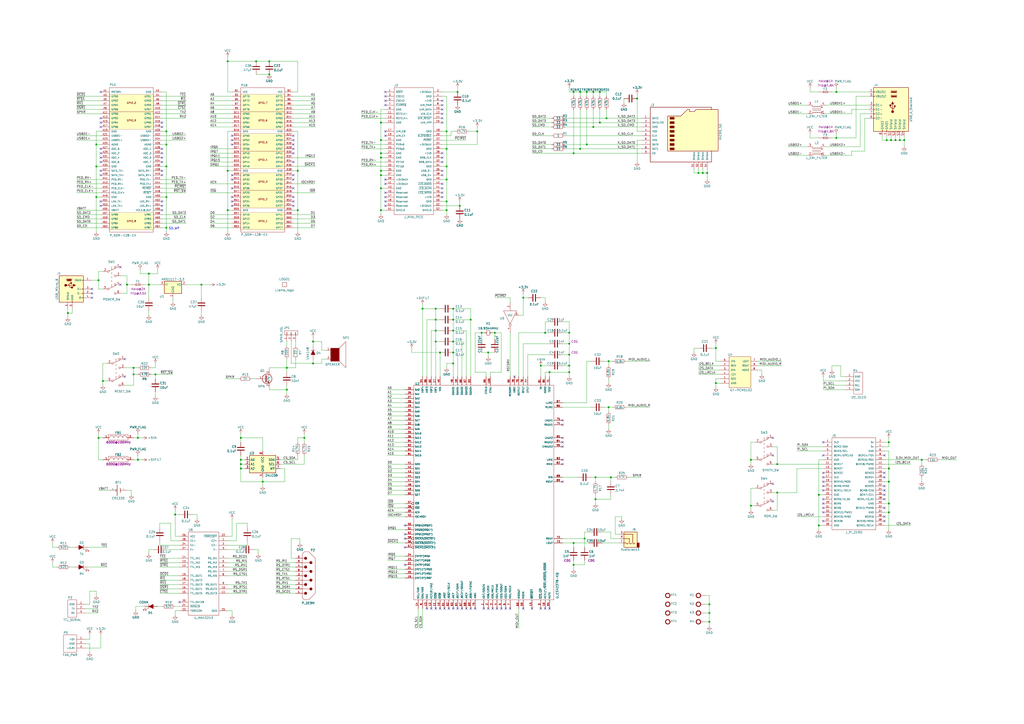
<source format=kicad_sch>
(kicad_sch (version 20211123) (generator eeschema)
  (paper "A2")
  (title_block (title "TinyLlama") (date "2021-12-17") (rev "1.1"))
  (junction (at 283.21 204.47))
  (junction (at 474.98 287.02))
  (junction (at 259.08 96.52))
  (junction (at 344.17 73.66))
  (junction (at 220.98 109.22))
  (junction (at 339.09 312.42))
  (junction (at 152.4 279.4))
  (junction (at 262.89 198.12))
  (junction (at 303.53 172.72))
  (junction (at 181.61 198.12))
  (junction (at 220.98 91.44))
  (junction (at 330.2 215.9))
  (junction (at 332.74 53.34))
  (junction (at 287.02 193.04))
  (junction (at 514.35 81.28))
  (junction (at 139.7 254))
  (junction (at 347.98 53.34))
  (junction (at 266.7 119.38))
  (junction (at 262.89 185.42))
  (junction (at 73.66 165.1))
  (junction (at 415.29 201.93))
  (junction (at 336.55 53.34))
  (junction (at 330.2 193.04))
  (junction (at 181.61 210.82))
  (junction (at 156.21 43.18))
  (junction (at 116.84 165.1))
  (junction (at 96.52 114.3))
  (junction (at 259.08 104.14))
  (junction (at 515.62 292.1))
  (junction (at 220.98 99.06))
  (junction (at 96.52 76.2))
  (junction (at 262.89 179.07))
  (junction (at 90.17 217.17))
  (junction (at 330.2 212.09))
  (junction (at 77.47 213.36))
  (junction (at 172.72 121.92))
  (junction (at 252.73 185.42))
  (junction (at 450.85 269.24))
  (junction (at 55.88 83.82))
  (junction (at 220.98 81.28))
  (junction (at 332.74 314.96))
  (junction (at 313.69 212.09))
  (junction (at 80.01 266.7))
  (junction (at 345.44 276.86))
  (junction (at 96.52 83.82))
  (junction (at 132.08 35.56))
  (junction (at 435.61 293.37))
  (junction (at 220.98 101.6))
  (junction (at 276.86 76.2))
  (junction (at 139.7 271.78))
  (junction (at 86.36 158.75))
  (junction (at 252.73 179.07))
  (junction (at 435.61 266.7))
  (junction (at 220.98 121.92))
  (junction (at 166.37 226.06))
  (junction (at 57.15 162.56))
  (junction (at 336.55 86.36))
  (junction (at 156.21 35.56))
  (junction (at 273.05 185.42))
  (junction (at 450.85 285.75))
  (junction (at 39.37 181.61))
  (junction (at 252.73 191.77))
  (junction (at 519.43 81.28))
  (junction (at 485.14 53.34))
  (junction (at 245.11 179.07))
  (junction (at 330.2 199.39))
  (junction (at 132.08 121.92))
  (junction (at 515.62 271.78))
  (junction (at 139.7 269.24))
  (junction (at 259.08 86.36))
  (junction (at 316.23 193.04))
  (junction (at 220.98 71.12))
  (junction (at 485.14 80.01))
  (junction (at 411.48 355.6))
  (junction (at 347.98 71.12))
  (junction (at 132.08 99.06))
  (junction (at 86.36 165.1))
  (junction (at 139.7 266.7))
  (junction (at 148.59 35.56))
  (junction (at 252.73 198.12))
  (junction (at 354.33 276.86))
  (junction (at 255.27 204.47))
  (junction (at 353.06 209.55))
  (junction (at 166.37 213.36))
  (junction (at 55.88 114.3))
  (junction (at 407.67 100.33))
  (junction (at 262.89 204.47))
  (junction (at 410.21 100.33))
  (junction (at 351.79 68.58))
  (junction (at 516.89 81.28))
  (junction (at 59.69 220.98))
  (junction (at 262.89 210.82))
  (junction (at 345.44 289.56))
  (junction (at 515.62 279.4))
  (junction (at 318.77 215.9))
  (junction (at 80.01 254))
  (junction (at 55.88 96.52))
  (junction (at 340.36 53.34))
  (junction (at 96.52 96.52))
  (junction (at 101.6 298.45))
  (junction (at 77.47 217.17))
  (junction (at 262.89 191.77))
  (junction (at 332.74 327.66))
  (junction (at 515.62 256.54))
  (junction (at 330.2 205.74))
  (junction (at 411.48 360.68))
  (junction (at 57.15 254))
  (junction (at 279.4 193.04))
  (junction (at 411.48 350.52))
  (junction (at 172.72 99.06))
  (junction (at 369.57 57.15))
  (junction (at 259.08 116.84))
  (junction (at 515.62 297.18))
  (junction (at 415.29 222.25))
  (junction (at 474.98 304.8))
  (junction (at 353.06 236.22))
  (junction (at 405.13 100.33))
  (junction (at 340.36 83.82))
  (junction (at 332.74 88.9))
  (junction (at 521.97 81.28))
  (junction (at 220.98 88.9))
  (junction (at 259.08 76.2))
  (junction (at 96.52 132.08))
  (junction (at 265.43 53.34))
  (junction (at 344.17 53.34))
  (junction (at 534.67 266.7))
  (junction (at 259.08 121.92))
  (junction (at 524.51 81.28))
  (junction (at 176.53 254))
  (no_connect (at 58.42 99.06))
  (no_connect (at 58.42 101.6))
  (no_connect (at 93.98 99.06))
  (no_connect (at 93.98 101.6))
  (no_connect (at 448.31 290.83))
  (no_connect (at 298.45 218.44))
  (no_connect (at 448.31 280.67))
  (no_connect (at 477.52 264.16))
  (no_connect (at 477.52 274.32))
  (no_connect (at 477.52 279.4))
  (no_connect (at 477.52 281.94))
  (no_connect (at 477.52 284.48))
  (no_connect (at 477.52 289.56))
  (no_connect (at 477.52 292.1))
  (no_connect (at 477.52 294.64))
  (no_connect (at 477.52 302.26))
  (no_connect (at 513.08 264.16))
  (no_connect (at 513.08 274.32))
  (no_connect (at 513.08 276.86))
  (no_connect (at 513.08 281.94))
  (no_connect (at 513.08 284.48))
  (no_connect (at 513.08 287.02))
  (no_connect (at 513.08 289.56))
  (no_connect (at 513.08 294.64))
  (no_connect (at 513.08 299.72))
  (no_connect (at 513.08 302.26))
  (no_connect (at 477.52 256.54))
  (no_connect (at 477.52 276.86))
  (no_connect (at 303.53 353.06))
  (no_connect (at 58.42 71.12))
  (no_connect (at 223.52 53.34))
  (no_connect (at 223.52 55.88))
  (no_connect (at 223.52 58.42))
  (no_connect (at 223.52 60.96))
  (no_connect (at 223.52 76.2))
  (no_connect (at 223.52 78.74))
  (no_connect (at 223.52 104.14))
  (no_connect (at 223.52 106.68))
  (no_connect (at 223.52 111.76))
  (no_connect (at 223.52 114.3))
  (no_connect (at 223.52 116.84))
  (no_connect (at 223.52 119.38))
  (no_connect (at 256.54 58.42))
  (no_connect (at 256.54 60.96))
  (no_connect (at 256.54 63.5))
  (no_connect (at 256.54 66.04))
  (no_connect (at 256.54 68.58))
  (no_connect (at 256.54 71.12))
  (no_connect (at 256.54 88.9))
  (no_connect (at 256.54 91.44))
  (no_connect (at 256.54 93.98))
  (no_connect (at 256.54 99.06))
  (no_connect (at 256.54 101.6))
  (no_connect (at 256.54 106.68))
  (no_connect (at 256.54 109.22))
  (no_connect (at 256.54 111.76))
  (no_connect (at 256.54 114.3))
  (no_connect (at 58.42 53.34))
  (no_connect (at 134.62 78.74))
  (no_connect (at 134.62 81.28))
  (no_connect (at 134.62 83.82))
  (no_connect (at 170.18 78.74))
  (no_connect (at 170.18 81.28))
  (no_connect (at 170.18 83.82))
  (no_connect (at 170.18 86.36))
  (no_connect (at 234.95 304.8))
  (no_connect (at 234.95 309.88))
  (no_connect (at 234.95 312.42))
  (no_connect (at 234.95 317.5))
  (no_connect (at 93.98 121.92))
  (no_connect (at 93.98 73.66))
  (no_connect (at 448.31 264.16))
  (no_connect (at 104.14 349.25))
  (no_connect (at 326.39 243.84))
  (no_connect (at 326.39 246.38))
  (no_connect (at 326.39 254))
  (no_connect (at 326.39 256.54))
  (no_connect (at 326.39 259.08))
  (no_connect (at 326.39 266.7))
  (no_connect (at 326.39 269.24))
  (no_connect (at 58.42 116.84))
  (no_connect (at 58.42 119.38))
  (no_connect (at 93.98 116.84))
  (no_connect (at 93.98 119.38))
  (no_connect (at 170.18 88.9))
  (no_connect (at 170.18 93.98))
  (no_connect (at 247.65 353.06))
  (no_connect (at 250.19 353.06))
  (no_connect (at 252.73 353.06))
  (no_connect (at 255.27 353.06))
  (no_connect (at 257.81 353.06))
  (no_connect (at 260.35 353.06))
  (no_connect (at 262.89 353.06))
  (no_connect (at 265.43 353.06))
  (no_connect (at 267.97 353.06))
  (no_connect (at 270.51 353.06))
  (no_connect (at 273.05 353.06))
  (no_connect (at 275.59 353.06))
  (no_connect (at 280.67 353.06))
  (no_connect (at 283.21 353.06))
  (no_connect (at 285.75 353.06))
  (no_connect (at 288.29 353.06))
  (no_connect (at 290.83 353.06))
  (no_connect (at 293.37 353.06))
  (no_connect (at 295.91 353.06))
  (no_connect (at 69.85 154.94))
  (no_connect (at 69.85 165.1))
  (no_connect (at 326.39 279.4))
  (no_connect (at 93.98 71.12))
  (no_connect (at 53.34 167.64))
  (no_connect (at 53.34 170.18))
  (no_connect (at 53.34 172.72))
  (no_connect (at 72.39 208.28))
  (no_connect (at 72.39 218.44))
  (no_connect (at 58.42 86.36))
  (no_connect (at 58.42 88.9))
  (no_connect (at 58.42 91.44))
  (no_connect (at 58.42 93.98))
  (no_connect (at 93.98 86.36))
  (no_connect (at 93.98 88.9))
  (no_connect (at 93.98 91.44))
  (no_connect (at 93.98 93.98))
  (no_connect (at 134.62 101.6))
  (no_connect (at 134.62 104.14))
  (no_connect (at 134.62 109.22))
  (no_connect (at 134.62 114.3))
  (no_connect (at 134.62 116.84))
  (no_connect (at 134.62 119.38))
  (no_connect (at 170.18 101.6))
  (no_connect (at 170.18 104.14))
  (no_connect (at 170.18 109.22))
  (no_connect (at 170.18 114.3))
  (no_connect (at 170.18 116.84))
  (no_connect (at 170.18 119.38))
  (no_connect (at 477.52 297.18))
  (no_connect (at 308.61 353.06))
  (no_connect (at 313.69 353.06))
  (no_connect (at 316.23 353.06))
  (no_connect (at 318.77 353.06))
  (no_connect (at 448.31 254))
  (no_connect (at 234.95 327.66))
  (no_connect (at 58.42 68.58))
  (no_connect (at 58.42 73.66))
  (wire (pts (xy 156.21 224.79) (xy 156.21 226.06)))
  (wire (pts (xy 156.21 226.06) (xy 166.37 226.06)))
  (wire (pts (xy 132.08 311.15) (xy 134.62 311.15)))
  (wire (pts (xy 134.62 300.99) (xy 134.62 311.15)))
  (wire (pts (xy 521.97 81.28) (xy 521.97 78.74)))
  (wire (pts (xy 524.51 81.28) (xy 521.97 81.28)))
  (wire (pts (xy 224.79 325.12) (xy 234.95 325.12)))
  (wire (pts (xy 86.36 180.34) (xy 86.36 182.88)))
  (wire (pts (xy 262.89 191.77) (xy 270.51 191.77)))
  (wire (pts (xy 270.51 191.77) (xy 270.51 218.44)))
  (wire (pts (xy 347.98 63.5) (xy 347.98 71.12)))
  (wire (pts (xy 477.52 226.06) (xy 490.22 226.06)))
  (wire (pts (xy 49.53 370.84) (xy 52.07 370.84)))
  (wire (pts (xy 52.07 370.84) (xy 52.07 368.3)))
  (wire (pts (xy 121.92 127) (xy 134.62 127)))
  (wire (pts (xy 513.08 261.62) (xy 515.62 261.62)))
  (wire (pts (xy 515.62 261.62) (xy 515.62 271.78)))
  (wire (pts (xy 515.62 271.78) (xy 515.62 279.4)))
  (wire (pts (xy 515.62 279.4) (xy 515.62 292.1)))
  (wire (pts (xy 515.62 292.1) (xy 515.62 297.18)))
  (wire (pts (xy 515.62 297.18) (xy 515.62 307.34)))
  (wire (pts (xy 415.29 209.55) (xy 417.83 209.55)))
  (wire (pts (xy 220.98 99.06) (xy 220.98 101.6)))
  (wire (pts (xy 220.98 101.6) (xy 223.52 101.6)))
  (wire (pts (xy 220.98 109.22) (xy 220.98 121.92)))
  (wire (pts (xy 220.98 121.92) (xy 223.52 121.92)))
  (wire (pts (xy 121.92 68.58) (xy 134.62 68.58)))
  (wire (pts (xy 450.85 259.08) (xy 448.31 259.08)))
  (wire (pts (xy 450.85 269.24) (xy 450.85 259.08)))
  (wire (pts (xy 92.71 326.39) (xy 104.14 326.39)))
  (wire (pts (xy 469.9 77.47) (xy 469.9 80.01)))
  (wire (pts (xy 353.06 236.22) (xy 353.06 238.76)))
  (wire (pts (xy 44.45 106.68) (xy 58.42 106.68)))
  (wire (pts (xy 224.79 236.22) (xy 234.95 236.22)))
  (wire (pts (xy 160.02 328.93) (xy 171.45 328.93)))
  (wire (pts (xy 435.61 266.7) (xy 435.61 269.24)))
  (wire (pts (xy 92.71 328.93) (xy 104.14 328.93)))
  (wire (pts (xy 474.98 266.7) (xy 474.98 287.02)))
  (wire (pts (xy 474.98 287.02) (xy 477.52 287.02)))
  (wire (pts (xy 477.52 266.7) (xy 474.98 266.7)))
  (wire (pts (xy 318.77 215.9) (xy 330.2 215.9)))
  (wire (pts (xy 318.77 218.44) (xy 318.77 215.9)))
  (wire (pts (xy 224.79 274.32) (xy 234.95 274.32)))
  (wire (pts (xy 262.89 191.77) (xy 262.89 198.12)))
  (wire (pts (xy 160.02 334.01) (xy 171.45 334.01)))
  (wire (pts (xy 308.61 88.9) (xy 332.74 88.9)))
  (wire (pts (xy 349.25 314.96) (xy 359.41 314.96)))
  (wire (pts (xy 50.8 328.93) (xy 62.23 328.93)))
  (wire (pts (xy 49.53 350.52) (xy 52.07 350.52)))
  (wire (pts (xy 52.07 342.9) (xy 55.88 342.9)))
  (wire (pts (xy 52.07 350.52) (xy 52.07 342.9)))
  (wire (pts (xy 55.88 342.9) (xy 55.88 345.44)))
  (wire (pts (xy 176.53 264.16) (xy 176.53 269.24)))
  (wire (pts (xy 224.79 254) (xy 234.95 254)))
  (wire (pts (xy 482.6 80.01) (xy 485.14 80.01)))
  (wire (pts (xy 485.14 80.01) (xy 496.57 80.01)))
  (wire (pts (xy 86.36 158.75) (xy 91.44 158.75)))
  (wire (pts (xy 91.44 158.75) (xy 91.44 156.21)))
  (wire (pts (xy 478.79 85.09) (xy 499.11 85.09)))
  (wire (pts (xy 93.98 132.08) (xy 96.52 132.08)))
  (wire (pts (xy 44.45 109.22) (xy 58.42 109.22)))
  (wire (pts (xy 132.08 35.56) (xy 148.59 35.56)))
  (wire (pts (xy 132.08 53.34) (xy 132.08 35.56)))
  (wire (pts (xy 134.62 53.34) (xy 132.08 53.34)))
  (wire (pts (xy 107.95 55.88) (xy 93.98 55.88)))
  (wire (pts (xy 415.29 219.71) (xy 415.29 222.25)))
  (wire (pts (xy 415.29 222.25) (xy 417.83 222.25)))
  (wire (pts (xy 417.83 219.71) (xy 415.29 219.71)))
  (wire (pts (xy 259.08 104.14) (xy 259.08 116.84)))
  (wire (pts (xy 259.08 116.84) (xy 256.54 116.84)))
  (wire (pts (xy 209.55 68.58) (xy 223.52 68.58)))
  (wire (pts (xy 262.89 179.07) (xy 273.05 179.07)))
  (wire (pts (xy 273.05 179.07) (xy 273.05 185.42)))
  (wire (pts (xy 369.57 81.28) (xy 369.57 93.98)))
  (wire (pts (xy 220.98 63.5) (xy 220.98 71.12)))
  (wire (pts (xy 220.98 71.12) (xy 223.52 71.12)))
  (wire (pts (xy 223.52 63.5) (xy 220.98 63.5)))
  (wire (pts (xy 450.85 285.75) (xy 462.28 285.75)))
  (wire (pts (xy 462.28 271.78) (xy 477.52 271.78)))
  (wire (pts (xy 462.28 285.75) (xy 462.28 271.78)))
  (wire (pts (xy 256.54 55.88) (xy 259.08 55.88)))
  (wire (pts (xy 259.08 55.88) (xy 259.08 76.2)))
  (wire (pts (xy 259.08 76.2) (xy 256.54 76.2)))
  (wire (pts (xy 92.71 323.85) (xy 104.14 323.85)))
  (wire (pts (xy 266.7 116.84) (xy 266.7 119.38)))
  (wire (pts (xy 53.34 162.56) (xy 57.15 162.56)))
  (wire (pts (xy 224.79 335.28) (xy 234.95 335.28)))
  (wire (pts (xy 77.47 217.17) (xy 80.01 217.17)))
  (wire (pts (xy 96.52 318.77) (xy 104.14 318.77)))
  (wire (pts (xy 435.61 283.21) (xy 435.61 293.37)))
  (wire (pts (xy 511.81 78.74) (xy 511.81 81.28)))
  (wire (pts (xy 511.81 81.28) (xy 514.35 81.28)))
  (wire (pts (xy 166.37 198.12) (xy 166.37 200.66)))
  (wire (pts (xy 77.47 254) (xy 80.01 254)))
  (wire (pts (xy 80.01 254) (xy 82.55 254)))
  (wire (pts (xy 262.89 185.42) (xy 262.89 191.77)))
  (wire (pts (xy 152.4 254) (xy 152.4 261.62)))
  (wire (pts (xy 170.18 121.92) (xy 172.72 121.92)))
  (wire (pts (xy 172.72 121.92) (xy 172.72 134.62)))
  (wire (pts (xy 57.15 251.46) (xy 57.15 254)))
  (wire (pts (xy 57.15 254) (xy 59.69 254)))
  (wire (pts (xy 80.01 264.16) (xy 80.01 266.7)))
  (wire (pts (xy 245.11 353.06) (xy 245.11 364.49)))
  (wire (pts (xy 482.6 212.09) (xy 482.6 214.63)))
  (wire (pts (xy 487.68 212.09) (xy 482.6 212.09)))
  (wire (pts (xy 487.68 218.44) (xy 487.68 212.09)))
  (wire (pts (xy 490.22 218.44) (xy 487.68 218.44)))
  (wire (pts (xy 224.79 241.3) (xy 234.95 241.3)))
  (wire (pts (xy 172.72 99.06) (xy 170.18 99.06)))
  (wire (pts (xy 172.72 121.92) (xy 172.72 99.06)))
  (wire (pts (xy 132.08 76.2) (xy 132.08 99.06)))
  (wire (pts (xy 132.08 99.06) (xy 134.62 99.06)))
  (wire (pts (xy 134.62 76.2) (xy 132.08 76.2)))
  (wire (pts (xy 462.28 259.08) (xy 477.52 259.08)))
  (wire (pts (xy 356.87 299.72) (xy 360.68 299.72)))
  (wire (pts (xy 356.87 309.88) (xy 356.87 299.72)))
  (wire (pts (xy 359.41 309.88) (xy 356.87 309.88)))
  (wire (pts (xy 360.68 299.72) (xy 360.68 300.99)))
  (wire (pts (xy 116.84 165.1) (xy 116.84 172.72)))
  (wire (pts (xy 100.33 172.72) (xy 100.33 175.26)))
  (wire (pts (xy 457.2 66.04) (xy 468.63 66.04)))
  (wire (pts (xy 499.11 66.04) (xy 504.19 66.04)))
  (wire (pts (xy 499.11 85.09) (xy 499.11 66.04)))
  (wire (pts (xy 160.02 336.55) (xy 171.45 336.55)))
  (wire (pts (xy 350.52 209.55) (xy 353.06 209.55)))
  (wire (pts (xy 224.79 231.14) (xy 234.95 231.14)))
  (wire (pts (xy 44.45 121.92) (xy 58.42 121.92)))
  (wire (pts (xy 99.06 303.53) (xy 99.06 313.69)))
  (wire (pts (xy 104.14 313.69) (xy 99.06 313.69)))
  (wire (pts (xy 69.85 160.02) (xy 73.66 160.02)))
  (wire (pts (xy 73.66 160.02) (xy 73.66 165.1)))
  (wire (pts (xy 73.66 165.1) (xy 76.2 165.1)))
  (wire (pts (xy 415.29 222.25) (xy 415.29 224.79)))
  (wire (pts (xy 402.59 201.93) (xy 402.59 204.47)))
  (wire (pts (xy 405.13 201.93) (xy 402.59 201.93)))
  (wire (pts (xy 148.59 35.56) (xy 156.21 35.56)))
  (wire (pts (xy 170.18 53.34) (xy 172.72 53.34)))
  (wire (pts (xy 172.72 35.56) (xy 156.21 35.56)))
  (wire (pts (xy 172.72 53.34) (xy 172.72 35.56)))
  (wire (pts (xy 209.55 83.82) (xy 223.52 83.82)))
  (wire (pts (xy 30.48 314.96) (xy 30.48 317.5)))
  (wire (pts (xy 33.02 317.5) (xy 30.48 317.5)))
  (wire (pts (xy 209.55 66.04) (xy 223.52 66.04)))
  (wire (pts (xy 93.98 68.58) (xy 107.95 68.58)))
  (wire (pts (xy 408.94 355.6) (xy 411.48 355.6)))
  (wire (pts (xy 411.48 350.52) (xy 411.48 355.6)))
  (wire (pts (xy 96.52 114.3) (xy 96.52 132.08)))
  (wire (pts (xy 96.52 132.08) (xy 96.52 134.62)))
  (wire (pts (xy 224.79 332.74) (xy 234.95 332.74)))
  (wire (pts (xy 327.66 83.82) (xy 340.36 83.82)))
  (wire (pts (xy 316.23 186.69) (xy 318.77 186.69)))
  (wire (pts (xy 316.23 193.04) (xy 316.23 186.69)))
  (wire (pts (xy 303.53 199.39) (xy 318.77 199.39)))
  (wire (pts (xy 303.53 218.44) (xy 303.53 199.39)))
  (wire (pts (xy 256.54 53.34) (xy 265.43 53.34)))
  (wire (pts (xy 448.31 269.24) (xy 450.85 269.24)))
  (wire (pts (xy 450.85 269.24) (xy 477.52 269.24)))
  (wire (pts (xy 347.98 53.34) (xy 351.79 53.34)))
  (wire (pts (xy 224.79 228.6) (xy 234.95 228.6)))
  (wire (pts (xy 57.15 254) (xy 57.15 266.7)))
  (wire (pts (xy 57.15 266.7) (xy 59.69 266.7)))
  (wire (pts (xy 262.89 204.47) (xy 262.89 210.82)))
  (wire (pts (xy 354.33 308.61) (xy 354.33 312.42)))
  (wire (pts (xy 354.33 312.42) (xy 359.41 312.42)))
  (wire (pts (xy 93.98 124.46) (xy 107.95 124.46)))
  (wire (pts (xy 279.4 204.47) (xy 283.21 204.47)))
  (wire (pts (xy 283.21 204.47) (xy 287.02 204.47)))
  (wire (pts (xy 152.4 276.86) (xy 152.4 279.4)))
  (wire (pts (xy 224.79 287.02) (xy 234.95 287.02)))
  (wire (pts (xy 474.98 287.02) (xy 474.98 304.8)))
  (wire (pts (xy 474.98 304.8) (xy 477.52 304.8)))
  (wire (pts (xy 176.53 251.46) (xy 176.53 254)))
  (wire (pts (xy 92.71 344.17) (xy 104.14 344.17)))
  (wire (pts (xy 93.98 127) (xy 107.95 127)))
  (wire (pts (xy 262.89 198.12) (xy 262.89 204.47)))
  (wire (pts (xy 172.72 254) (xy 176.53 254)))
  (wire (pts (xy 172.72 256.54) (xy 172.72 254)))
  (wire (pts (xy 176.53 254) (xy 176.53 256.54)))
  (wire (pts (xy 224.79 261.62) (xy 234.95 261.62)))
  (wire (pts (xy 339.09 308.61) (xy 341.63 308.61)))
  (wire (pts (xy 339.09 312.42) (xy 339.09 308.61)))
  (wire (pts (xy 408.94 345.44) (xy 411.48 345.44)))
  (wire (pts (xy 411.48 345.44) (xy 411.48 350.52)))
  (wire (pts (xy 411.48 350.52) (xy 408.94 350.52)))
  (wire (pts (xy 59.69 210.82) (xy 62.23 210.82)))
  (wire (pts (xy 43.18 317.5) (xy 40.64 317.5)))
  (wire (pts (xy 494.03 90.17) (xy 494.03 87.63)))
  (wire (pts (xy 438.15 283.21) (xy 435.61 283.21)))
  (wire (pts (xy 101.6 351.79) (xy 104.14 351.79)))
  (wire (pts (xy 73.66 284.48) (xy 76.2 284.48)))
  (wire (pts (xy 76.2 284.48) (xy 76.2 287.02)))
  (wire (pts (xy 72.39 213.36) (xy 77.47 213.36)))
  (wire (pts (xy 485.14 77.47) (xy 485.14 80.01)))
  (wire (pts (xy 501.65 68.58) (xy 504.19 68.58)))
  (wire (pts (xy 501.65 87.63) (xy 501.65 68.58)))
  (wire (pts (xy 327.66 71.12) (xy 347.98 71.12)))
  (wire (pts (xy 107.95 165.1) (xy 116.84 165.1)))
  (wire (pts (xy 121.92 55.88) (xy 134.62 55.88)))
  (wire (pts (xy 351.79 68.58) (xy 372.11 68.58)))
  (wire (pts (xy 340.36 53.34) (xy 344.17 53.34)))
  (wire (pts (xy 166.37 226.06) (xy 166.37 228.6)))
  (wire (pts (xy 132.08 354.33) (xy 134.62 354.33)))
  (wire (pts (xy 134.62 354.33) (xy 134.62 356.87)))
  (wire (pts (xy 172.72 76.2) (xy 170.18 76.2)))
  (wire (pts (xy 172.72 99.06) (xy 172.72 76.2)))
  (wire (pts (xy 93.98 81.28) (xy 107.95 81.28)))
  (wire (pts (xy 121.92 63.5) (xy 134.62 63.5)))
  (wire (pts (xy 513.08 271.78) (xy 515.62 271.78)))
  (wire (pts (xy 435.61 293.37) (xy 435.61 295.91)))
  (wire (pts (xy 224.79 299.72) (xy 234.95 299.72)))
  (wire (pts (xy 262.89 198.12) (xy 267.97 198.12)))
  (wire (pts (xy 267.97 198.12) (xy 267.97 218.44)))
  (wire (pts (xy 519.43 81.28) (xy 519.43 78.74)))
  (wire (pts (xy 521.97 81.28) (xy 519.43 81.28)))
  (wire (pts (xy 326.39 193.04) (xy 330.2 193.04)))
  (wire (pts (xy 330.2 193.04) (xy 330.2 199.39)))
  (wire (pts (xy 132.08 344.17) (xy 143.51 344.17)))
  (wire (pts (xy 326.39 312.42) (xy 339.09 312.42)))
  (wire (pts (xy 170.18 63.5) (xy 182.88 63.5)))
  (wire (pts (xy 345.44 287.02) (xy 345.44 289.56)))
  (wire (pts (xy 345.44 289.56) (xy 345.44 292.1)))
  (wire (pts (xy 92.71 313.69) (xy 92.71 316.23)))
  (wire (pts (xy 104.14 316.23) (xy 92.71 316.23)))
  (wire (pts (xy 513.08 266.7) (xy 534.67 266.7)))
  (wire (pts (xy 534.67 266.7) (xy 537.21 266.7)))
  (wire (pts (xy 279.4 193.04) (xy 280.67 193.04)))
  (wire (pts (xy 279.4 196.85) (xy 279.4 193.04)))
  (wire (pts (xy 327.66 78.74) (xy 372.11 78.74)))
  (wire (pts (xy 256.54 78.74) (xy 261.62 78.74)))
  (wire (pts (xy 261.62 76.2) (xy 264.16 76.2)))
  (wire (pts (xy 261.62 78.74) (xy 261.62 76.2)))
  (wire (pts (xy 320.04 86.36) (xy 308.61 86.36)))
  (wire (pts (xy 513.08 279.4) (xy 515.62 279.4)))
  (wire (pts (xy 160.02 326.39) (xy 171.45 326.39)))
  (wire (pts (xy 93.98 114.3) (xy 96.52 114.3)))
  (wire (pts (xy 96.52 96.52) (xy 96.52 114.3)))
  (wire (pts (xy 457.2 60.96) (xy 468.63 60.96)))
  (wire (pts (xy 224.79 276.86) (xy 234.95 276.86)))
  (wire (pts (xy 238.76 201.93) (xy 238.76 204.47)))
  (wire (pts (xy 238.76 204.47) (xy 255.27 204.47)))
  (wire (pts (xy 256.54 119.38) (xy 266.7 119.38)))
  (wire (pts (xy 121.92 88.9) (xy 134.62 88.9)))
  (wire (pts (xy 516.89 81.28) (xy 519.43 81.28)))
  (wire (pts (xy 513.08 304.8) (xy 528.32 304.8)))
  (wire (pts (xy 524.51 78.74) (xy 524.51 81.28)))
  (wire (pts (xy 524.51 81.28) (xy 524.51 85.09)))
  (wire (pts (xy 469.9 80.01) (xy 474.98 80.01)))
  (wire (pts (xy 439.42 209.55) (xy 453.39 209.55)))
  (wire (pts (xy 326.39 186.69) (xy 330.2 186.69)))
  (wire (pts (xy 330.2 186.69) (xy 330.2 193.04)))
  (wire (pts (xy 224.79 292.1) (xy 234.95 292.1)))
  (wire (pts (xy 111.76 298.45) (xy 114.3 298.45)))
  (wire (pts (xy 114.3 298.45) (xy 114.3 300.99)))
  (wire (pts (xy 92.71 341.63) (xy 104.14 341.63)))
  (wire (pts (xy 407.67 100.33) (xy 407.67 97.79)))
  (wire (pts (xy 410.21 100.33) (xy 407.67 100.33)))
  (wire (pts (xy 347.98 55.88) (xy 347.98 53.34)))
  (wire (pts (xy 93.98 111.76) (xy 107.95 111.76)))
  (wire (pts (xy 330.2 53.34) (xy 330.2 50.8)))
  (wire (pts (xy 353.06 236.22) (xy 355.6 236.22)))
  (wire (pts (xy 132.08 331.47) (xy 143.51 331.47)))
  (wire (pts (xy 340.36 63.5) (xy 340.36 83.82)))
  (wire (pts (xy 250.19 191.77) (xy 250.19 218.44)))
  (wire (pts (xy 250.19 191.77) (xy 252.73 191.77)))
  (wire (pts (xy 252.73 191.77) (xy 255.27 191.77)))
  (wire (pts (xy 256.54 83.82) (xy 276.86 83.82)))
  (wire (pts (xy 276.86 73.66) (xy 276.86 76.2)))
  (wire (pts (xy 276.86 76.2) (xy 276.86 83.82)))
  (wire (pts (xy 139.7 264.16) (xy 139.7 266.7)))
  (wire (pts (xy 43.18 328.93) (xy 40.64 328.93)))
  (wire (pts (xy 224.79 256.54) (xy 234.95 256.54)))
  (wire (pts (xy 50.8 317.5) (xy 62.23 317.5)))
  (wire (pts (xy 435.61 256.54) (xy 435.61 266.7)))
  (wire (pts (xy 435.61 266.7) (xy 438.15 266.7)))
  (wire (pts (xy 438.15 256.54) (xy 435.61 256.54)))
  (wire (pts (xy 332.74 88.9) (xy 372.11 88.9)))
  (wire (pts (xy 345.44 276.86) (xy 354.33 276.86)))
  (wire (pts (xy 354.33 276.86) (xy 354.33 279.4)))
  (wire (pts (xy 544.83 266.7) (xy 554.99 266.7)))
  (wire (pts (xy 462.28 299.72) (xy 477.52 299.72)))
  (wire (pts (xy 271.78 76.2) (xy 276.86 76.2)))
  (wire (pts (xy 132.08 334.01) (xy 143.51 334.01)))
  (wire (pts (xy 224.79 307.34) (xy 234.95 307.34)))
  (wire (pts (xy 332.74 53.34) (xy 332.74 55.88)))
  (wire (pts (xy 132.08 323.85) (xy 143.51 323.85)))
  (wire (pts (xy 182.88 96.52) (xy 170.18 96.52)))
  (wire (pts (xy 91.44 351.79) (xy 93.98 351.79)))
  (wire (pts (xy 168.91 312.42) (xy 173.99 312.42)))
  (wire (pts (xy 168.91 323.85) (xy 168.91 312.42)))
  (wire (pts (xy 171.45 323.85) (xy 168.91 323.85)))
  (wire (pts (xy 173.99 312.42) (xy 173.99 314.96)))
  (wire (pts (xy 336.55 55.88) (xy 336.55 53.34)))
  (wire (pts (xy 405.13 212.09) (xy 417.83 212.09)))
  (wire (pts (xy 224.79 226.06) (xy 234.95 226.06)))
  (wire (pts (xy 44.45 63.5) (xy 58.42 63.5)))
  (wire (pts (xy 92.71 303.53) (xy 99.06 303.53)))
  (wire (pts (xy 92.71 306.07) (xy 92.71 303.53)))
  (wire (pts (xy 224.79 322.58) (xy 234.95 322.58)))
  (wire (pts (xy 265.43 50.8) (xy 265.43 53.34)))
  (wire (pts (xy 283.21 204.47) (xy 283.21 207.01)))
  (wire (pts (xy 513.08 256.54) (xy 515.62 256.54)))
  (wire (pts (xy 515.62 254) (xy 515.62 256.54)))
  (wire (pts (xy 132.08 313.69) (xy 137.16 313.69)))
  (wire (pts (xy 137.16 303.53) (xy 143.51 303.53)))
  (wire (pts (xy 137.16 313.69) (xy 137.16 303.53)))
  (wire (pts (xy 143.51 303.53) (xy 143.51 306.07)))
  (wire (pts (xy 457.2 90.17) (xy 468.63 90.17)))
  (wire (pts (xy 121.92 60.96) (xy 134.62 60.96)))
  (wire (pts (xy 326.39 212.09) (xy 330.2 212.09)))
  (wire (pts (xy 330.2 212.09) (xy 330.2 215.9)))
  (wire (pts (xy 412.75 201.93) (xy 415.29 201.93)))
  (wire (pts (xy 415.29 201.93) (xy 415.29 209.55)))
  (wire (pts (xy 344.17 53.34) (xy 347.98 53.34)))
  (wire (pts (xy 77.47 217.17) (xy 77.47 223.52)))
  (wire (pts (xy 77.47 223.52) (xy 72.39 223.52)))
  (wire (pts (xy 121.92 132.08) (xy 134.62 132.08)))
  (wire (pts (xy 320.04 68.58) (xy 308.61 68.58)))
  (wire (pts (xy 411.48 360.68) (xy 411.48 363.22)))
  (wire (pts (xy 69.85 170.18) (xy 73.66 170.18)))
  (wire (pts (xy 73.66 170.18) (xy 73.66 165.1)))
  (wire (pts (xy 90.17 227.33) (xy 90.17 229.87)))
  (wire (pts (xy 332.74 53.34) (xy 330.2 53.34)))
  (wire (pts (xy 336.55 53.34) (xy 332.74 53.34)))
  (wire (pts (xy 55.88 76.2) (xy 55.88 83.82)))
  (wire (pts (xy 55.88 83.82) (xy 58.42 83.82)))
  (wire (pts (xy 58.42 76.2) (xy 55.88 76.2)))
  (wire (pts (xy 116.84 165.1) (xy 121.92 165.1)))
  (wire (pts (xy 77.47 266.7) (xy 80.01 266.7)))
  (wire (pts (xy 80.01 266.7) (xy 82.55 266.7)))
  (wire (pts (xy 147.32 318.77) (xy 149.86 318.77)))
  (wire (pts (xy 149.86 318.77) (xy 149.86 321.31)))
  (wire (pts (xy 44.45 81.28) (xy 58.42 81.28)))
  (wire (pts (xy 93.98 60.96) (xy 107.95 60.96)))
  (wire (pts (xy 363.22 209.55) (xy 377.19 209.55)))
  (wire (pts (xy 224.79 294.64) (xy 234.95 294.64)))
  (wire (pts (xy 30.48 326.39) (xy 30.48 328.93)))
  (wire (pts (xy 220.98 91.44) (xy 220.98 99.06)))
  (wire (pts (xy 220.98 99.06) (xy 223.52 99.06)))
  (wire (pts (xy 513.08 297.18) (xy 515.62 297.18)))
  (wire (pts (xy 166.37 208.28) (xy 166.37 213.36)))
  (wire (pts (xy 171.45 208.28) (xy 171.45 213.36)))
  (wire (pts (xy 171.45 213.36) (xy 166.37 213.36)))
  (wire (pts (xy 224.79 264.16) (xy 234.95 264.16)))
  (wire (pts (xy 306.07 205.74) (xy 318.77 205.74)))
  (wire (pts (xy 306.07 218.44) (xy 306.07 205.74)))
  (wire (pts (xy 477.52 223.52) (xy 490.22 223.52)))
  (wire (pts (xy 255.27 204.47) (xy 255.27 218.44)))
  (wire (pts (xy 152.4 279.4) (xy 165.1 279.4)))
  (wire (pts (xy 162.56 271.78) (xy 165.1 271.78)))
  (wire (pts (xy 165.1 271.78) (xy 165.1 279.4)))
  (wire (pts (xy 313.69 212.09) (xy 313.69 218.44)))
  (wire (pts (xy 318.77 212.09) (xy 313.69 212.09)))
  (wire (pts (xy 132.08 339.09) (xy 143.51 339.09)))
  (wire (pts (xy 49.53 375.92) (xy 58.42 375.92)))
  (wire (pts (xy 58.42 368.3) (xy 58.42 375.92)))
  (wire (pts (xy 252.73 185.42) (xy 252.73 191.77)))
  (wire (pts (xy 93.98 78.74) (xy 107.95 78.74)))
  (wire (pts (xy 220.98 71.12) (xy 220.98 81.28)))
  (wire (pts (xy 220.98 81.28) (xy 223.52 81.28)))
  (wire (pts (xy 121.92 73.66) (xy 134.62 73.66)))
  (wire (pts (xy 59.69 210.82) (xy 59.69 220.98)))
  (wire (pts (xy 59.69 220.98) (xy 62.23 220.98)))
  (wire (pts (xy 132.08 33.02) (xy 132.08 35.56)))
  (wire (pts (xy 92.71 339.09) (xy 104.14 339.09)))
  (wire (pts (xy 132.08 341.63) (xy 143.51 341.63)))
  (wire (pts (xy 347.98 71.12) (xy 372.11 71.12)))
  (wire (pts (xy 44.45 132.08) (xy 58.42 132.08)))
  (wire (pts (xy 224.79 233.68) (xy 234.95 233.68)))
  (wire (pts (xy 300.99 182.88) (xy 303.53 182.88)))
  (wire (pts (xy 259.08 210.82) (xy 259.08 213.36)))
  (wire (pts (xy 262.89 210.82) (xy 259.08 210.82)))
  (wire (pts (xy 262.89 218.44) (xy 262.89 210.82)))
  (wire (pts (xy 148.59 43.18) (xy 156.21 43.18)))
  (wire (pts (xy 162.56 266.7) (xy 172.72 266.7)))
  (wire (pts (xy 284.48 215.9) (xy 290.83 215.9)))
  (wire (pts (xy 284.48 218.44) (xy 284.48 215.9)))
  (wire (pts (xy 285.75 193.04) (xy 287.02 193.04)))
  (wire (pts (xy 287.02 193.04) (xy 290.83 193.04)))
  (wire (pts (xy 290.83 193.04) (xy 290.83 215.9)))
  (wire (pts (xy 49.53 373.38) (xy 52.07 373.38)))
  (wire (pts (xy 52.07 373.38) (xy 52.07 378.46)))
  (wire (pts (xy 139.7 266.7) (xy 139.7 269.24)))
  (wire (pts (xy 139.7 269.24) (xy 142.24 269.24)))
  (wire (pts (xy 142.24 266.7) (xy 139.7 266.7)))
  (wire (pts (xy 209.55 93.98) (xy 223.52 93.98)))
  (wire (pts (xy 275.59 193.04) (xy 279.4 193.04)))
  (wire (pts (xy 275.59 215.9) (xy 275.59 193.04)))
  (wire (pts (xy 281.94 215.9) (xy 275.59 215.9)))
  (wire (pts (xy 121.92 93.98) (xy 134.62 93.98)))
  (wire (pts (xy 345.44 276.86) (xy 345.44 279.4)))
  (wire (pts (xy 256.54 81.28) (xy 270.51 81.28)))
  (wire (pts (xy 478.79 90.17) (xy 494.03 90.17)))
  (wire (pts (xy 513.08 269.24) (xy 528.32 269.24)))
  (wire (pts (xy 354.33 276.86) (xy 356.87 276.86)))
  (wire (pts (xy 121.92 66.04) (xy 134.62 66.04)))
  (wire (pts (xy 252.73 191.77) (xy 252.73 198.12)))
  (wire (pts (xy 121.92 129.54) (xy 134.62 129.54)))
  (wire (pts (xy 252.73 198.12) (xy 252.73 218.44)))
  (wire (pts (xy 350.52 236.22) (xy 353.06 236.22)))
  (wire (pts (xy 344.17 73.66) (xy 372.11 73.66)))
  (wire (pts (xy 344.17 55.88) (xy 344.17 53.34)))
  (wire (pts (xy 485.14 50.8) (xy 485.14 53.34)))
  (wire (pts (xy 93.98 63.5) (xy 107.95 63.5)))
  (wire (pts (xy 224.79 248.92) (xy 234.95 248.92)))
  (wire (pts (xy 448.31 295.91) (xy 450.85 295.91)))
  (wire (pts (xy 220.98 121.92) (xy 220.98 124.46)))
  (wire (pts (xy 224.79 246.38) (xy 234.95 246.38)))
  (wire (pts (xy 78.74 351.79) (xy 78.74 354.33)))
  (wire (pts (xy 83.82 351.79) (xy 78.74 351.79)))
  (wire (pts (xy 245.11 179.07) (xy 252.73 179.07)))
  (wire (pts (xy 252.73 179.07) (xy 255.27 179.07)))
  (wire (pts (xy 132.08 326.39) (xy 143.51 326.39)))
  (wire (pts (xy 224.79 251.46) (xy 234.95 251.46)))
  (wire (pts (xy 93.98 53.34) (xy 96.52 53.34)))
  (wire (pts (xy 96.52 53.34) (xy 96.52 76.2)))
  (wire (pts (xy 182.88 106.68) (xy 170.18 106.68)))
  (wire (pts (xy 327.66 73.66) (xy 344.17 73.66)))
  (wire (pts (xy 143.51 313.69) (xy 143.51 316.23)))
  (wire (pts (xy 143.51 316.23) (xy 132.08 316.23)))
  (wire (pts (xy 450.85 285.75) (xy 448.31 285.75)))
  (wire (pts (xy 477.52 218.44) (xy 477.52 220.98)))
  (wire (pts (xy 490.22 220.98) (xy 477.52 220.98)))
  (wire (pts (xy 402.59 100.33) (xy 402.59 97.79)))
  (wire (pts (xy 405.13 100.33) (xy 402.59 100.33)))
  (wire (pts (xy 170.18 68.58) (xy 182.88 68.58)))
  (wire (pts (xy 496.57 55.88) (xy 496.57 80.01)))
  (wire (pts (xy 496.57 55.88) (xy 504.19 55.88)))
  (wire (pts (xy 92.71 336.55) (xy 104.14 336.55)))
  (wire (pts (xy 332.74 314.96) (xy 332.74 317.5)))
  (wire (pts (xy 405.13 214.63) (xy 417.83 214.63)))
  (wire (pts (xy 57.15 157.48) (xy 57.15 162.56)))
  (wire (pts (xy 57.15 162.56) (xy 57.15 167.64)))
  (wire (pts (xy 57.15 167.64) (xy 59.69 167.64)))
  (wire (pts (xy 59.69 157.48) (xy 57.15 157.48)))
  (wire (pts (xy 332.74 325.12) (xy 332.74 327.66)))
  (wire (pts (xy 332.74 327.66) (xy 339.09 327.66)))
  (wire (pts (xy 339.09 325.12) (xy 339.09 327.66)))
  (wire (pts (xy 262.89 185.42) (xy 273.05 185.42)))
  (wire (pts (xy 273.05 185.42) (xy 273.05 218.44)))
  (wire (pts (xy 44.45 104.14) (xy 58.42 104.14)))
  (wire (pts (xy 482.6 53.34) (xy 485.14 53.34)))
  (wire (pts (xy 485.14 53.34) (xy 504.19 53.34)))
  (wire (pts (xy 58.42 124.46) (xy 44.45 124.46)))
  (wire (pts (xy 55.88 96.52) (xy 55.88 114.3)))
  (wire (pts (xy 55.88 114.3) (xy 58.42 114.3)))
  (wire (pts (xy 361.95 57.15) (xy 361.95 59.69)))
  (wire (pts (xy 139.7 271.78) (xy 139.7 279.4)))
  (wire (pts (xy 287.02 172.72) (xy 295.91 172.72)))
  (wire (pts (xy 295.91 175.26) (xy 295.91 172.72)))
  (wire (pts (xy 372.11 81.28) (xy 369.57 81.28)))
  (wire (pts (xy 87.63 217.17) (xy 90.17 217.17)))
  (wire (pts (xy 353.06 209.55) (xy 353.06 212.09)))
  (wire (pts (xy 92.71 334.01) (xy 104.14 334.01)))
  (wire (pts (xy 86.36 165.1) (xy 86.36 172.72)))
  (wire (pts (xy 410.21 97.79) (xy 410.21 100.33)))
  (wire (pts (xy 410.21 100.33) (xy 410.21 104.14)))
  (wire (pts (xy 327.66 86.36) (xy 336.55 86.36)))
  (wire (pts (xy 86.36 165.1) (xy 92.71 165.1)))
  (wire (pts (xy 90.17 217.17) (xy 90.17 219.71)))
  (wire (pts (xy 81.28 156.21) (xy 81.28 158.75)))
  (wire (pts (xy 86.36 158.75) (xy 81.28 158.75)))
  (wire (pts (xy 220.98 101.6) (xy 220.98 109.22)))
  (wire (pts (xy 220.98 109.22) (xy 223.52 109.22)))
  (wire (pts (xy 39.37 181.61) (xy 39.37 184.15)))
  (wire (pts (xy 93.98 66.04) (xy 107.95 66.04)))
  (wire (pts (xy 49.53 353.06) (xy 57.15 353.06)))
  (wire (pts (xy 349.25 308.61) (xy 354.33 308.61)))
  (wire (pts (xy 139.7 251.46) (xy 139.7 254)))
  (wire (pts (xy 170.18 71.12) (xy 182.88 71.12)))
  (wire (pts (xy 295.91 193.04) (xy 295.91 218.44)))
  (wire (pts (xy 83.82 165.1) (xy 86.36 165.1)))
  (wire (pts (xy 86.36 165.1) (xy 86.36 158.75)))
  (wire (pts (xy 93.98 104.14) (xy 107.95 104.14)))
  (wire (pts (xy 259.08 116.84) (xy 259.08 121.92)))
  (wire (pts (xy 259.08 121.92) (xy 256.54 121.92)))
  (wire (pts (xy 405.13 100.33) (xy 405.13 97.79)))
  (wire (pts (xy 407.67 100.33) (xy 405.13 100.33)))
  (wire (pts (xy 80.01 251.46) (xy 80.01 254)))
  (wire (pts (xy 181.61 195.58) (xy 181.61 198.12)))
  (wire (pts (xy 262.89 179.07) (xy 262.89 185.42)))
  (wire (pts (xy 405.13 217.17) (xy 417.83 217.17)))
  (wire (pts (xy 224.79 297.18) (xy 234.95 297.18)))
  (wire (pts (xy 182.88 111.76) (xy 170.18 111.76)))
  (wire (pts (xy 160.02 339.09) (xy 171.45 339.09)))
  (wire (pts (xy 139.7 279.4) (xy 152.4 279.4)))
  (wire (pts (xy 209.55 86.36) (xy 223.52 86.36)))
  (wire (pts (xy 182.88 127) (xy 170.18 127)))
  (wire (pts (xy 327.66 68.58) (xy 351.79 68.58)))
  (wire (pts (xy 55.88 83.82) (xy 55.88 96.52)))
  (wire (pts (xy 55.88 96.52) (xy 58.42 96.52)))
  (wire (pts (xy 168.91 210.82) (xy 168.91 198.12)))
  (wire (pts (xy 181.61 210.82) (xy 168.91 210.82)))
  (wire (pts (xy 121.92 71.12) (xy 134.62 71.12)))
  (wire (pts (xy 58.42 129.54) (xy 44.45 129.54)))
  (wire (pts (xy 351.79 55.88) (xy 351.79 53.34)))
  (wire (pts (xy 139.7 254) (xy 152.4 254)))
  (wire (pts (xy 139.7 256.54) (xy 139.7 254)))
  (wire (pts (xy 326.39 236.22) (xy 342.9 236.22)))
  (wire (pts (xy 224.79 330.2) (xy 234.95 330.2)))
  (wire (pts (xy 332.74 63.5) (xy 332.74 88.9)))
  (wire (pts (xy 252.73 179.07) (xy 252.73 185.42)))
  (wire (pts (xy 259.08 96.52) (xy 259.08 104.14)))
  (wire (pts (xy 259.08 104.14) (xy 256.54 104.14)))
  (wire (pts (xy 44.45 55.88) (xy 58.42 55.88)))
  (wire (pts (xy 287.02 193.04) (xy 287.02 196.85)))
  (wire (pts (xy 160.02 331.47) (xy 171.45 331.47)))
  (wire (pts (xy 474.98 304.8) (xy 474.98 307.34)))
  (wire (pts (xy 326.39 314.96) (xy 332.74 314.96)))
  (wire (pts (xy 332.74 314.96) (xy 341.63 314.96)))
  (wire (pts (xy 224.79 314.96) (xy 234.95 314.96)))
  (wire (pts (xy 469.9 50.8) (xy 469.9 53.34)))
  (wire (pts (xy 469.9 53.34) (xy 474.98 53.34)))
  (wire (pts (xy 220.98 88.9) (xy 220.98 91.44)))
  (wire (pts (xy 220.98 91.44) (xy 223.52 91.44)))
  (wire (pts (xy 116.84 180.34) (xy 116.84 182.88)))
  (wire (pts (xy 224.79 281.94) (xy 234.95 281.94)))
  (wire (pts (xy 156.21 213.36) (xy 166.37 213.36)))
  (wire (pts (xy 156.21 214.63) (xy 156.21 213.36)))
  (wire (pts (xy 87.63 213.36) (xy 90.17 213.36)))
  (wire (pts (xy 90.17 210.82) (xy 90.17 213.36)))
  (wire (pts (xy 372.11 76.2) (xy 369.57 76.2)))
  (wire (pts (xy 160.02 344.17) (xy 171.45 344.17)))
  (wire (pts (xy 182.88 91.44) (xy 170.18 91.44)))
  (wire (pts (xy 494.03 87.63) (xy 501.65 87.63)))
  (wire (pts (xy 415.29 199.39) (xy 415.29 201.93)))
  (wire (pts (xy 44.45 78.74) (xy 58.42 78.74)))
  (wire (pts (xy 152.4 279.4) (xy 152.4 281.94)))
  (wire (pts (xy 320.04 71.12) (xy 308.61 71.12)))
  (wire (pts (xy 435.61 293.37) (xy 438.15 293.37)))
  (wire (pts (xy 336.55 53.34) (xy 340.36 53.34)))
  (wire (pts (xy 132.08 99.06) (xy 132.08 121.92)))
  (wire (pts (xy 132.08 121.92) (xy 134.62 121.92)))
  (wire (pts (xy 93.98 96.52) (xy 96.52 96.52)))
  (wire (pts (xy 96.52 83.82) (xy 96.52 96.52)))
  (wire (pts (xy 262.89 204.47) (xy 265.43 204.47)))
  (wire (pts (xy 265.43 204.47) (xy 265.43 218.44)))
  (wire (pts (xy 369.57 57.15) (xy 369.57 76.2)))
  (wire (pts (xy 182.88 132.08) (xy 170.18 132.08)))
  (wire (pts (xy 224.79 238.76) (xy 234.95 238.76)))
  (wire (pts (xy 93.98 106.68) (xy 107.95 106.68)))
  (wire (pts (xy 121.92 58.42) (xy 134.62 58.42)))
  (wire (pts (xy 146.05 219.71) (xy 148.59 219.71)))
  (wire (pts (xy 77.47 213.36) (xy 80.01 213.36)))
  (wire (pts (xy 77.47 217.17) (xy 77.47 213.36)))
  (wire (pts (xy 300.99 353.06) (xy 300.99 364.49)))
  (wire (pts (xy 162.56 269.24) (xy 176.53 269.24)))
  (wire (pts (xy 353.06 246.38) (xy 353.06 248.92)))
  (wire (pts (xy 242.57 353.06) (xy 242.57 364.49)))
  (wire (pts (xy 224.79 279.4) (xy 234.95 279.4)))
  (wire (pts (xy 439.42 214.63) (xy 441.96 214.63)))
  (wire (pts (xy 441.96 214.63) (xy 441.96 217.17)))
  (wire (pts (xy 209.55 96.52) (xy 223.52 96.52)))
  (wire (pts (xy 303.53 172.72) (xy 306.07 172.72)))
  (wire (pts (xy 303.53 182.88) (xy 303.53 172.72)))
  (wire (pts (xy 369.57 57.15) (xy 369.57 54.61)))
  (wire (pts (xy 170.18 55.88) (xy 182.88 55.88)))
  (wire (pts (xy 513.08 259.08) (xy 515.62 259.08)))
  (wire (pts (xy 515.62 259.08) (xy 515.62 256.54)))
  (wire (pts (xy 303.53 170.18) (xy 303.53 172.72)))
  (wire (pts (xy 170.18 60.96) (xy 182.88 60.96)))
  (wire (pts (xy 336.55 86.36) (xy 372.11 86.36)))
  (wire (pts (xy 300.99 193.04) (xy 316.23 193.04)))
  (wire (pts (xy 300.99 218.44) (xy 300.99 193.04)))
  (wire (pts (xy 316.23 193.04) (xy 318.77 193.04)))
  (wire (pts (xy 450.85 295.91) (xy 450.85 285.75)))
  (wire (pts (xy 326.39 199.39) (xy 330.2 199.39)))
  (wire (pts (xy 330.2 199.39) (xy 330.2 205.74)))
  (wire (pts (xy 121.92 91.44) (xy 134.62 91.44)))
  (wire (pts (xy 224.79 271.78) (xy 234.95 271.78)))
  (wire (pts (xy 462.28 261.62) (xy 477.52 261.62)))
  (wire (pts (xy 90.17 217.17) (xy 100.33 217.17)))
  (wire (pts (xy 132.08 328.93) (xy 143.51 328.93)))
  (wire (pts (xy 514.35 78.74) (xy 514.35 81.28)))
  (wire (pts (xy 514.35 81.28) (xy 516.89 81.28)))
  (wire (pts (xy 516.89 81.28) (xy 516.89 78.74)))
  (wire (pts (xy 44.45 58.42) (xy 58.42 58.42)))
  (wire (pts (xy 255.27 198.12) (xy 252.73 198.12)))
  (wire (pts (xy 320.04 78.74) (xy 308.61 78.74)))
  (wire (pts (xy 326.39 205.74) (xy 330.2 205.74)))
  (wire (pts (xy 330.2 205.74) (xy 330.2 212.09)))
  (wire (pts (xy 59.69 220.98) (xy 59.69 223.52)))
  (wire (pts (xy 139.7 269.24) (xy 139.7 271.78)))
  (wire (pts (xy 139.7 271.78) (xy 142.24 271.78)))
  (wire (pts (xy 224.79 269.24) (xy 234.95 269.24)))
  (wire (pts (xy 121.92 124.46) (xy 134.62 124.46)))
  (wire (pts (xy 33.02 328.93) (xy 30.48 328.93)))
  (wire (pts (xy 259.08 76.2) (xy 259.08 86.36)))
  (wire (pts (xy 259.08 86.36) (xy 256.54 86.36)))
  (wire (pts (xy 326.39 233.68) (xy 340.36 233.68)))
  (wire (pts (xy 340.36 209.55) (xy 342.9 209.55)))
  (wire (pts (xy 340.36 233.68) (xy 340.36 209.55)))
  (wire (pts (xy 132.08 121.92) (xy 132.08 134.62)))
  (wire (pts (xy 101.6 354.33) (xy 101.6 356.87)))
  (wire (pts (xy 104.14 354.33) (xy 101.6 354.33)))
  (wire (pts (xy 160.02 341.63) (xy 171.45 341.63)))
  (wire (pts (xy 132.08 318.77) (xy 139.7 318.77)))
  (wire (pts (xy 44.45 60.96) (xy 58.42 60.96)))
  (wire (pts (xy 172.72 264.16) (xy 172.72 266.7)))
  (wire (pts (xy 344.17 63.5) (xy 344.17 73.66)))
  (wire (pts (xy 86.36 318.77) (xy 86.36 321.31)))
  (wire (pts (xy 88.9 318.77) (xy 86.36 318.77)))
  (wire (pts (xy 408.94 360.68) (xy 411.48 360.68)))
  (wire (pts (xy 411.48 355.6) (xy 411.48 360.68)))
  (wire (pts (xy 339.09 312.42) (xy 339.09 317.5)))
  (wire (pts (xy 130.81 219.71) (xy 138.43 219.71)))
  (wire (pts (xy 281.94 215.9) (xy 281.94 218.44)))
  (wire (pts (xy 354.33 287.02) (xy 354.33 289.56)))
  (wire (pts (xy 354.33 289.56) (xy 345.44 289.56)))
  (wire (pts (xy 57.15 284.48) (xy 63.5 284.48)))
  (wire (pts (xy 340.36 55.88) (xy 340.36 53.34)))
  (wire (pts (xy 101.6 298.45) (xy 101.6 311.15)))
  (wire (pts (xy 104.14 311.15) (xy 101.6 311.15)))
  (wire (pts (xy 245.11 176.53) (xy 245.11 179.07)))
  (wire (pts (xy 245.11 179.07) (xy 245.11 218.44)))
  (wire (pts (xy 93.98 58.42) (xy 107.95 58.42)))
  (wire (pts (xy 166.37 223.52) (xy 166.37 226.06)))
  (wire (pts (xy 332.74 327.66) (xy 332.74 330.2)))
  (wire (pts (xy 353.06 209.55) (xy 355.6 209.55)))
  (wire (pts (xy 39.37 181.61) (xy 39.37 179.07)))
  (wire (pts (xy 41.91 179.07) (xy 41.91 181.61)))
  (wire (pts (xy 41.91 181.61) (xy 39.37 181.61)))
  (wire (pts (xy 44.45 66.04) (xy 58.42 66.04)))
  (wire (pts (xy 121.92 106.68) (xy 134.62 106.68)))
  (wire (pts (xy 93.98 109.22) (xy 107.95 109.22)))
  (wire (pts (xy 363.22 236.22) (xy 377.19 236.22)))
  (wire (pts (xy 364.49 276.86) (xy 372.11 276.86)))
  (wire (pts (xy 220.98 81.28) (xy 220.98 88.9)))
  (wire (pts (xy 220.98 88.9) (xy 223.52 88.9)))
  (wire (pts (xy 340.36 83.82) (xy 372.11 83.82)))
  (wire (pts (xy 513.08 292.1) (xy 515.62 292.1)))
  (wire (pts (xy 101.6 298.45) (xy 101.6 295.91)))
  (wire (pts (xy 104.14 298.45) (xy 101.6 298.45)))
  (wire (pts (xy 330.2 215.9) (xy 330.2 218.44)))
  (wire (pts (xy 320.04 73.66) (xy 308.61 73.66)))
  (wire (pts (xy 181.61 198.12) (xy 181.61 200.66)))
  (wire (pts (xy 186.69 198.12) (xy 181.61 198.12)))
  (wire (pts (xy 186.69 203.2) (xy 186.69 198.12)))
  (wire (pts (xy 189.23 203.2) (xy 186.69 203.2)))
  (wire (pts (xy 170.18 73.66) (xy 182.88 73.66)))
  (wire (pts (xy 121.92 111.76) (xy 134.62 111.76)))
  (wire (pts (xy 44.45 111.76) (xy 58.42 111.76)))
  (wire (pts (xy 320.04 83.82) (xy 308.61 83.82)))
  (wire (pts (xy 58.42 127) (xy 44.45 127)))
  (wire (pts (xy 247.65 185.42) (xy 247.65 218.44)))
  (wire (pts (xy 247.65 185.42) (xy 252.73 185.42)))
  (wire (pts (xy 252.73 185.42) (xy 255.27 185.42)))
  (wire (pts (xy 224.79 259.08) (xy 234.95 259.08)))
  (wire (pts (xy 351.79 63.5) (xy 351.79 68.58)))
  (wire (pts (xy 336.55 63.5) (xy 336.55 86.36)))
  (wire (pts (xy 326.39 276.86) (xy 335.28 276.86)))
  (wire (pts (xy 121.92 86.36) (xy 134.62 86.36)))
  (wire (pts (xy 55.88 114.3) (xy 55.88 134.62)))
  (wire (pts (xy 534.67 266.7) (xy 534.67 269.24)))
  (wire (pts (xy 171.45 198.12) (xy 171.45 200.66)))
  (wire (pts (xy 313.69 172.72) (xy 316.23 172.72)))
  (wire (pts (xy 316.23 172.72) (xy 316.23 175.26)))
  (wire (pts (xy 121.92 96.52) (xy 134.62 96.52)))
  (wire (pts (xy 259.08 121.92) (xy 259.08 124.46)))
  (wire (pts (xy 224.79 284.48) (xy 234.95 284.48)))
  (wire (pts (xy 49.53 355.6) (xy 57.15 355.6)))
  (wire (pts (xy 457.2 85.09) (xy 468.63 85.09)))
  (wire (pts (xy 342.9 276.86) (xy 345.44 276.86)))
  (wire (pts (xy 353.06 219.71) (xy 353.06 222.25)))
  (wire (pts (xy 93.98 129.54) (xy 107.95 129.54)))
  (wire (pts (xy 439.42 212.09) (xy 453.39 212.09)))
  (wire (pts (xy 166.37 213.36) (xy 166.37 215.9)))
  (wire (pts (xy 170.18 66.04) (xy 182.88 66.04)))
  (wire (pts (xy 170.18 58.42) (xy 182.88 58.42)))
  (wire (pts (xy 259.08 86.36) (xy 259.08 96.52)))
  (wire (pts (xy 259.08 96.52) (xy 256.54 96.52)))
  (wire (pts (xy 93.98 76.2) (xy 96.52 76.2)))
  (wire (pts (xy 96.52 76.2) (xy 96.52 83.82)))
  (wire (pts (xy 96.52 83.82) (xy 93.98 83.82)))
  (wire (pts (xy 316.23 215.9) (xy 318.77 215.9)))
  (wire (pts (xy 316.23 218.44) (xy 316.23 215.9)))
  (wire (pts (xy 182.88 124.46) (xy 170.18 124.46)))
  (wire (pts (xy 224.79 243.84) (xy 234.95 243.84)))
  (wire (pts (xy 534.67 276.86) (xy 534.67 279.4)))
  (wire (pts (xy 181.61 208.28) (xy 181.61 210.82)))
  (wire (pts (xy 186.69 208.28) (xy 186.69 210.82)))
  (wire (pts (xy 186.69 210.82) (xy 181.61 210.82)))
  (wire (pts (xy 189.23 208.28) (xy 186.69 208.28)))
  (wire (pts (xy 478.79 60.96) (xy 504.19 60.96)))
  (wire (pts (xy 478.79 66.04) (xy 494.03 66.04)))
  (wire (pts (xy 494.03 63.5) (xy 504.19 63.5)))
  (wire (pts (xy 494.03 66.04) (xy 494.03 63.5)))
  (wire (pts (xy 182.88 129.54) (xy 170.18 129.54)))
  (text "SD_WP" (at 97.79 133.35 0) (effects (font (size 1.27 1.27)) (justify left bottom)))
  (label "RS_RX1" (at 143.51 328.93 180))
  (label "SD_CLK" (at 308.61 78.74 0))
  (label "A6" (at 224.79 241.3 0))
  (label "PE0_RX+" (at 209.55 96.52 0))
  (label "RS_CTS1" (at 143.51 334.01 180))
  (label "~{DACK1}" (at 224.79 314.96 0))
  (label "USBDX2-" (at 481.33 90.17 0))
  (label "CS_SCL" (at 171.45 269.24 180))
  (label "~{RI1}" (at 92.71 336.55 0))
  (label "A15" (at 224.79 264.16 0))
  (label "RS_DCD1" (at 143.51 323.85 180))
  (label "D1" (at 182.88 124.46 180))
  (label "~{RX1}" (at 92.71 339.09 0))
  (label "PE0_TX+" (at 107.95 106.68 180))
  (label "SPKR" (at 44.45 66.04 0))
  (label "RS_RTS1" (at 160.02 336.55 0))
  (label "RS_RI1" (at 160.02 326.39 0))
  (label "RS_TX1" (at 160.02 334.01 0))
  (label "RS_DSR1" (at 143.51 331.47 180))
  (label "~{IOR}" (at 224.79 292.1 0))
  (label "A11" (at 224.79 254 0))
  (label "IRQ5" (at 224.79 322.58 0))
  (label "RS_TX1" (at 143.51 339.09 180))
  (label "PE0_TX-" (at 209.55 83.82 0))
  (label "MIDI_OUT" (at 300.99 364.49 90))
  (label "USBD1-" (at 457.2 66.04 0))
  (label "A10" (at 121.92 68.58 0))
  (label "X_SD_DAT2" (at 358.14 68.58 0))
  (label "~{CTS1}" (at 92.71 344.17 0))
  (label "USBD2-" (at 107.95 78.74 180))
  (label "~{DTR1}" (at 107.95 60.96 180))
  (label "~{IOW}" (at 224.79 294.64 0))
  (label "I2S_DATA" (at 528.32 304.8 180))
  (label "SD_CLK" (at 107.95 127 180))
  (label "D7" (at 182.88 132.08 180))
  (label "D2" (at 121.92 127 0))
  (label "PE0_CLK-" (at 209.55 66.04 0))
  (label "RSTDRV" (at 295.91 208.28 270))
  (label "~{DACK1}" (at 182.88 96.52 180))
  (label "D6" (at 224.79 284.48 0))
  (label "SD_CD" (at 308.61 88.9 0))
  (label "VBATT" (at 57.15 284.48 0))
  (label "A12" (at 224.79 256.54 0))
  (label "IRQ15" (at 121.92 93.98 0))
  (label "X_SD_DAT3" (at 358.14 71.12 0))
  (label "IRQ7" (at 224.79 325.12 0))
  (label "~{TX1}" (at 62.23 317.5 180))
  (label "~{TX1}" (at 107.95 55.88 180))
  (label "A10" (at 224.79 251.46 0))
  (label "A5" (at 224.79 238.76 0))
  (label "VBATT" (at 44.45 121.92 0))
  (label "A2" (at 121.92 58.42 0))
  (label "A3" (at 224.79 233.68 0))
  (label "PE0_CLK+" (at 44.45 111.76 0))
  (label "USBDX2+" (at 481.33 85.09 0))
  (label "RS_RX1" (at 160.02 339.09 0))
  (label "X_SD_CLK" (at 358.14 78.74 0))
  (label "D3" (at 182.88 127 180))
  (label "A7" (at 224.79 243.84 0))
  (label "IRQ7" (at 121.92 88.9 0))
  (label "~{TX1}" (at 92.71 323.85 0))
  (label "IRQ11" (at 121.92 91.44 0))
  (label "I2S_LRCLK" (at 462.28 299.72 0))
  (label "D7" (at 224.79 287.02 0))
  (label "A0" (at 224.79 226.06 0))
  (label "TX2" (at 57.15 353.06 180))
  (label "~{RI1}" (at 107.95 58.42 180))
  (label "PE0_TX+" (at 209.55 86.36 0))
  (label "A7" (at 182.88 63.5 180))
  (label "~{RX1}" (at 44.45 60.96 0))
  (label "D2" (at 224.79 274.32 0))
  (label "RX2" (at 57.15 355.6 180))
  (label "X_SD_DAT1" (at 358.14 86.36 0))
  (label "RS_RI1" (at 143.51 326.39 180))
  (label "SD_CMD" (at 308.61 73.66 0))
  (label "AEN" (at 121.92 106.68 0))
  (label "USBDX1+" (at 481.33 60.96 0))
  (label "D3" (at 224.79 276.86 0))
  (label "CS_SDA" (at 171.45 266.7 180))
  (label "USBD2-" (at 457.2 90.17 0))
  (label "A14" (at 224.79 261.62 0))
  (label "RS_DSR1" (at 160.02 341.63 0))
  (label "A11" (at 182.88 68.58 180))
  (label "PE0_RX+" (at 44.45 106.68 0))
  (label "~{RTS1}" (at 44.45 58.42 0))
  (label "MIDI_AUDIO_R" (at 453.39 212.09 180))
  (label "X_SD_DAT0" (at 358.14 83.82 0))
  (label "SD_CMD" (at 44.45 127 0))
  (label "SD_DAT3" (at 308.61 71.12 0))
  (label "A8" (at 224.79 246.38 0))
  (label "RS_CTS1" (at 160.02 331.47 0))
  (label "~{RST_SW}" (at 100.33 217.17 180))
  (label "USBD1+" (at 457.2 60.96 0))
  (label "D6" (at 121.92 132.08 0))
  (label "A13" (at 224.79 259.08 0))
  (label "A1" (at 182.88 55.88 180))
  (label "MIDI_AUDIO_L" (at 453.39 209.55 180))
  (label "A15" (at 182.88 73.66 180))
  (label "AEN" (at 224.79 297.18 0))
  (label "A14" (at 121.92 73.66 0))
  (label "~{DSR1}" (at 92.71 341.63 0))
  (label "PE0_RX-" (at 209.55 93.98 0))
  (label "I2S_LRCLK" (at 405.13 217.17 0))
  (label "IOCHRDY" (at 224.79 299.72 0))
  (label "A13" (at 182.88 71.12 180))
  (label "3.3V_MIDI_OUT" (at 519.43 266.7 0))
  (label "SD_CD" (at 44.45 132.08 0))
  (label "I2S_DATA" (at 405.13 214.63 0))
  (label "PI_SDA" (at 477.52 226.06 0))
  (label "A8" (at 121.92 66.04 0))
  (label "~{IOR}" (at 182.88 111.76 180))
  (label "D4" (at 224.79 279.4 0))
  (label "SD_DAT2" (at 308.61 68.58 0))
  (label "SD_DAT3" (at 107.95 124.46 180))
  (label "A1" (at 224.79 228.6 0))
  (label "SD_DAT2" (at 44.45 124.46 0))
  (label "PI_SDA" (at 462.28 259.08 0))
  (label "DRQ1" (at 121.92 96.52 0))
  (label "DRQ1" (at 224.79 307.34 0))
  (label "A4" (at 224.79 236.22 0))
  (label "RX2" (at 107.95 68.58 180))
  (label "~{RX1}" (at 62.23 328.93 180))
  (label "PI_SCL" (at 462.28 261.62 0))
  (label "~{PCIRST}" (at 270.51 81.28 180))
  (label "SD_DAT0" (at 44.45 129.54 0))
  (label "USBDX1-" (at 481.33 66.04 0))
  (label "USBD2+" (at 457.2 85.09 0))
  (label "~{RST_SW}" (at 107.95 111.76 180))
  (label "RS_DTR1" (at 143.51 344.17 180))
  (label "A4" (at 121.92 60.96 0))
  (label "SPKR" (at 372.11 276.86 180))
  (label "CS_SDA" (at 245.11 364.49 90))
  (label "A9" (at 224.79 248.92 0))
  (label "CS_SCL" (at 242.57 364.49 90))
  (label "PE0_CLK-" (at 44.45 109.22 0))
  (label "~{DCD1}" (at 92.71 334.01 0))
  (label "IRQ15" (at 224.79 335.28 0))
  (label "IOCHRDY" (at 182.88 106.68 180))
  (label "D0" (at 121.92 124.46 0))
  (label "~{DCD1}" (at 44.45 55.88 0))
  (label "SD_DAT1" (at 308.61 86.36 0))
  (label "X_SD_CMD" (at 358.14 73.66 0))
  (label "SPKR" (at 130.81 219.71 0))
  (label "A9" (at 182.88 66.04 180))
  (label "MIDI_AUDIO_L" (at 377.19 209.55 180))
  (label "~{PCIRST}" (at 287.02 172.72 0))
  (label "A3" (at 182.88 58.42 180))
  (label "RS_DCD1" (at 160.02 344.17 0))
  (label "RS_DTR1" (at 160.02 328.93 0))
  (label "A0" (at 121.92 55.88 0))
  (label "D0" (at 224.79 269.24 0))
  (label "D5" (at 224.79 281.94 0))
  (label "A2" (at 224.79 231.14 0))
  (label "MIDI_AUDIO_R" (at 377.19 236.22 180))
  (label "SD_DAT1" (at 107.95 129.54 180))
  (label "IRQ11" (at 224.79 330.2 0))
  (label "A5" (at 182.88 60.96 180))
  (label "~{DSR1}" (at 44.45 63.5 0))
  (label "I2S_BCLK" (at 405.13 212.09 0))
  (label "USBD1+" (at 44.45 81.28 0))
  (label "~{RTS1}" (at 92.71 326.39 0))
  (label "USBD1-" (at 44.45 78.74 0))
  (label "PI_SCL" (at 477.52 223.52 0))
  (label "D4" (at 121.92 129.54 0))
  (label "IRQ12" (at 224.79 332.74 0))
  (label "PE0_CLK+" (at 209.55 68.58 0))
  (label "~{PCIRST}" (at 107.95 109.22 180))
  (label "PE0_RX-" (at 44.45 104.14 0))
  (label "~{CTS1}" (at 107.95 63.5 180))
  (label "D5" (at 182.88 129.54 180))
  (label "TX2" (at 107.95 66.04 180))
  (label "MIDI_OUT" (at 554.99 266.7 180))
  (label "SD_DAT0" (at 308.61 83.82 0))
  (label "D1" (at 224.79 271.78 0))
  (label "RS_RTS1" (at 143.51 341.63 180))
  (label "A12" (at 121.92 71.12 0))
  (label "USBD2+" (at 107.95 81.28 180))
  (label "IRQ12" (at 182.88 91.44 180))
  (label "~{DTR1}" (at 92.71 328.93 0))
  (label "A6" (at 121.92 63.5 0))
  (label "I2S_BCLK" (at 528.32 269.24 180))
  (label "PE0_TX-" (at 107.95 104.14 180))
  (label "~{IOW}" (at 121.92 111.76 0))
  (label "IRQ5" (at 121.92 86.36 0))
  (symbol (lib_id "llama_shared:P_SOM-128-EX") (at 76.2 92.71 0) (unit 1)
    (property "Reference" "P1" (at 63.5 49.149 0) (effects (justify left)))
    (property "Value" "P_SOM-128-EX" (at 63.5 136.5504 0) (effects (justify left)))
    (property "Footprint" "llama_shared:P_CONN_SOM-128-EX" (effects hide))
  )
  (symbol (lib_id "llama_shared:R") (at 323.85 71.12 270) (unit 1)
    (property "Reference" "R3" (at 326.39 69.85 90) (effects (justify left)))
    (property "Value" "33" (at 323.85 71.12 90))
    (property "Footprint" "Resistor_SMD:R_0603_1608Metric" (effects hide))
    (property "LCSC" "C23140" (effects hide))
  )
  (symbol (lib_id "llama_shared:R") (at 323.85 73.66 270) (unit 1)
    (property "Reference" "R4" (at 326.39 72.39 90) (effects (justify left)))
    (property "Value" "33" (at 323.85 73.66 90))
    (property "Footprint" "Resistor_SMD:R_0603_1608Metric" (effects hide))
    (property "LCSC" "C23140" (effects hide))
  )
  (symbol (lib_id "llama_shared:R") (at 323.85 78.74 270) (unit 1)
    (property "Reference" "R1" (at 326.39 77.47 90) (effects (justify left)))
    (property "Value" "0" (at 323.85 78.74 90))
    (property "Footprint" "Resistor_SMD:R_0603_1608Metric" (effects hide))
    (property "LCSC" "C21189" (effects hide))
  )
  (symbol (lib_id "llama_shared:R") (at 323.85 83.82 270) (unit 1)
    (property "Reference" "R5" (at 326.39 82.55 90) (effects (justify left)))
    (property "Value" "33" (at 323.85 83.82 90))
    (property "Footprint" "Resistor_SMD:R_0603_1608Metric" (effects hide))
    (property "LCSC" "C23140" (effects hide))
  )
  (symbol (lib_id "llama_shared:R") (at 323.85 86.36 270) (unit 1)
    (property "Reference" "R6" (at 326.39 85.09 90) (effects (justify left)))
    (property "Value" "33" (at 323.85 86.36 90))
    (property "Footprint" "Resistor_SMD:R_0603_1608Metric" (effects hide))
    (property "LCSC" "C23140" (effects hide))
  )
  (symbol (lib_id "llama_shared:J_Micro_SD_TF01A") (at 396.24 76.2 0) (unit 1)
    (property "Reference" "J3" (at 377.19 60.96 0) (effects (justify left)))
    (property "Value" "MICRO_SD" (at 417.83 81.28 90) (effects (justify left)))
    (property "Footprint" "llama_shared:J_MicroSD_TF01A" (effects hide))
    (property "LCSC" "C91145" (effects hide))
  )
  (symbol (lib_id "llama_shared:GND") (at 410.21 104.14 0) (unit 1)
    (property "Reference" "#PWR052" (effects hide))
    (property "Value" "GND" (at 410.21 107.95 0))
  )
  (symbol (lib_id "llama_shared:GND") (at 369.57 93.98 0) (unit 1)
    (property "Reference" "#PWR048" (effects hide))
    (property "Value" "GND" (at 369.57 97.79 0))
  )
  (symbol (lib_id "llama_shared:C") (at 365.76 57.15 270) (unit 1)
    (property "Reference" "C12" (at 360.68 54.61 90) (effects (justify right)))
    (property "Value" "0.1uF" (at 360.68 57.15 90) (effects (justify right)))
    (property "Footprint" "Capacitor_SMD:C_0603_1608Metric" (effects hide))
    (property "LCSC" "C14663" (effects hide))
  )
  (symbol (lib_id "llama_shared:GND") (at 361.95 59.69 0) (unit 1)
    (property "Reference" "#PWR046" (effects hide))
    (property "Value" "GND" (at 361.95 63.5 0))
  )
  (symbol (lib_id "llama_shared:+3.3V") (at 369.57 54.61 0) (unit 1)
    (property "Reference" "#PWR047" (effects hide))
    (property "Value" "+3.3V" (at 369.57 50.8 0))
  )
  (symbol (lib_id "llama_shared:R") (at 351.79 59.69 0) (unit 1)
    (property "Reference" "R31" (at 351.79 52.07 0))
    (property "Value" "47k" (at 351.79 59.69 90))
    (property "Footprint" "Resistor_SMD:R_0603_1608Metric" (effects hide))
    (property "LCSC" "C25819" (effects hide))
  )
  (symbol (lib_id "llama_shared:R") (at 347.98 59.69 0) (unit 1)
    (property "Reference" "R30" (at 347.98 52.07 0))
    (property "Value" "47k" (at 347.98 59.69 90))
    (property "Footprint" "Resistor_SMD:R_0603_1608Metric" (effects hide))
    (property "LCSC" "C25819" (effects hide))
  )
  (symbol (lib_id "llama_shared:R") (at 344.17 59.69 0) (unit 1)
    (property "Reference" "R29" (at 344.17 52.07 0))
    (property "Value" "47k" (at 344.17 59.69 90))
    (property "Footprint" "Resistor_SMD:R_0603_1608Metric" (effects hide))
    (property "LCSC" "C25819" (effects hide))
  )
  (symbol (lib_id "llama_shared:R") (at 340.36 59.69 0) (unit 1)
    (property "Reference" "R28" (at 340.36 52.07 0))
    (property "Value" "47k" (at 340.36 59.69 90))
    (property "Footprint" "Resistor_SMD:R_0603_1608Metric" (effects hide))
    (property "LCSC" "C25819" (effects hide))
  )
  (symbol (lib_id "llama_shared:R") (at 336.55 59.69 0) (unit 1)
    (property "Reference" "R27" (at 336.55 52.07 0))
    (property "Value" "47k" (at 336.55 59.69 90))
    (property "Footprint" "Resistor_SMD:R_0603_1608Metric" (effects hide))
    (property "LCSC" "C25819" (effects hide))
  )
  (symbol (lib_id "llama_shared:+3.3V") (at 330.2 50.8 0) (unit 1)
    (property "Reference" "#PWR045" (effects hide))
    (property "Value" "+3.3V" (at 330.2 46.99 0))
  )
  (symbol (lib_id "llama_shared:R") (at 323.85 68.58 270) (unit 1)
    (property "Reference" "R2" (at 326.39 67.31 90) (effects (justify left)))
    (property "Value" "33" (at 323.85 68.58 90))
    (property "Footprint" "Resistor_SMD:R_0603_1608Metric" (effects hide))
    (property "LCSC" "C23140" (effects hide))
  )
  (symbol (lib_id "llama_shared:F") (at 478.79 53.34 0) (unit 1)
    (property "Reference" "F2" (at 478.79 51.5325 0))
    (property "Value" "F" (effects hide))
    (property "Footprint" "Fuse:Fuse_0603_1608Metric_Pad1.05x0.95mm_HandSolder" (effects hide))
    (property "Note" "Hold@1A" (at 478.79 46.99 0) (effects (font italic)))
    (property "Note2" "Trip@1.8A" (at 478.79 49.53 0) (effects (font italic)))
    (property "LCSC" "C207017" (effects hide))
  )
  (symbol (lib_id "llama_shared:VCC") (at 30.48 326.39 0) (unit 1)
    (property "Reference" "#PWR0116" (effects hide))
    (property "Value" "VCC" (at 30.48 322.7855 0))
  )
  (symbol (lib_id "llama_shared:C") (at 339.09 276.86 90) (unit 1)
    (property "Reference" "C20" (at 339.09 273.05 90))
    (property "Value" "0.1uF" (at 339.09 280.67 90))
    (property "Footprint" "Capacitor_SMD:C_0603_1608Metric" (effects hide))
    (property "LCSC" "C14663" (effects hide))
  )
  (symbol (lib_id "llama_shared:R") (at 353.06 215.9 180) (unit 1)
    (property "Reference" "R19" (at 355.7483 215.9 90))
    (property "Value" "6.8k" (at 352.1734 215.9 90) (effects (justify bottom)))
    (property "Footprint" "Resistor_SMD:R_0603_1608Metric" (effects hide))
    (property "LCSC" "C23212" (effects hide))
  )
  (symbol (lib_id "llama_shared:J_USB_Micro_B_10118194-0001LF") (at 41.91 167.64 0) (unit 1)
    (property "Reference" "J1" (at 32.9565 158.5934 0) (effects (justify left)))
    (property "Value" "USB_Micro_B" (at 32.9565 167.7185 90))
    (property "Footprint" "llama_shared:J_USB_MICRO_B_10118194-0001LF" (effects hide))
    (property "LCSC" "C132563" (effects hide))
  )
  (symbol (lib_id "llama_shared:C") (at 287.02 200.66 180) (unit 1)
    (property "Reference" "C2" (at 288.29 201.93 90) (effects (justify left)))
    (property "Value" "22pF" (at 288.29 199.39 90) (effects (justify right)))
    (property "Footprint" "Capacitor_SMD:C_0603_1608Metric" (effects hide))
    (property "LCSC" "C1653" (effects hide))
  )
  (symbol (lib_id "llama_shared:VCC") (at 52.07 368.3 0) (unit 1)
    (property "Reference" "#PWR0128" (effects hide))
    (property "Value" "VCC" (at 52.07 364.6955 0))
  )
  (symbol (lib_id "llama_shared:C") (at 279.4 200.66 180) (unit 1)
    (property "Reference" "C1" (at 278.13 201.93 90) (effects (justify left)))
    (property "Value" "22pF" (at 278.13 199.39 90) (effects (justify right)))
    (property "Footprint" "Capacitor_SMD:C_0603_1608Metric" (effects hide))
    (property "LCSC" "C1653" (effects hide))
  )
  (symbol (lib_id "llama_shared:+3.3V") (at 121.92 165.1 270) (unit 1)
    (property "Reference" "#PWR017" (effects hide))
    (property "Value" "+3.3V" (at 125.0949 164.309 90) (effects (justify left top)))
  )
  (symbol (lib_id "llama_shared:VCC") (at 176.53 251.46 0) (unit 1)
    (property "Reference" "#PWR024" (effects hide))
    (property "Value" "VCC" (at 176.53 247.8555 0))
  )
  (symbol (lib_id "Switch:SW_Push_DPDT") (at 443.23 261.62 0) (unit 1)
    (property "Reference" "SW3" (at 443.23 250.9225 0))
    (property "Value" "SYNTH_SW" (at 447.04 272.7476 0))
    (property "Footprint" "llama_shared:SW_ALPSALPINE_SPPH410200" (effects hide))
    (property "LCSC" "C202363" (effects hide))
  )
  (symbol (lib_id "llama_shared:C") (at 156.21 39.37 0) (unit 1)
    (property "Reference" "C23" (at 158.75 38.1 0) (effects (justify left)))
    (property "Value" "0.1uF" (at 158.75 40.64 0) (effects (justify left)))
    (property "Footprint" "Capacitor_SMD:C_0603_1608Metric" (effects hide))
    (property "LCSC" "C14663" (effects hide))
  )
  (symbol (lib_id "llama_shared:GND") (at 101.6 356.87 0) (unit 1)
    (property "Reference" "#PWR0114" (effects hide))
    (property "Value" "GND" (at 101.6 360.68 0))
  )
  (symbol (lib_id "llama_shared:GND") (at 265.43 60.96 0) (unit 1)
    (property "Reference" "#PWR032" (effects hide))
    (property "Value" "GND" (at 265.43 64.77 0))
  )
  (symbol (lib_id "llama_shared:GND") (at 441.96 217.17 0) (unit 1)
    (property "Reference" "#PWR0101" (effects hide))
    (property "Value" "GND" (at 441.96 220.98 0))
  )
  (symbol (lib_id "llama_shared:C") (at 259.08 198.12 270) (unit 1)
    (property "Reference" "C16" (at 264.16 196.85 90) (effects (justify left)))
    (property "Value" "0.1uF" (at 264.16 199.39 90) (effects (justify left)))
    (property "Footprint" "Capacitor_SMD:C_0603_1608Metric" (effects hide))
    (property "LCSC" "C14663" (effects hide))
  )
  (symbol (lib_id "llama_shared:VCC") (at 134.62 300.99 0) (unit 1)
    (property "Reference" "#PWR0119" (effects hide))
    (property "Value" "VCC" (at 134.62 297.3855 0))
  )
  (symbol (lib_id "llama_shared:GND") (at 86.36 182.88 0) (unit 1)
    (property "Reference" "#PWR010" (effects hide))
    (property "Value" "GND" (at 86.36 186.69 0))
  )
  (symbol (lib_id "llama_shared:GND") (at 156.21 43.18 0) (unit 1)
    (property "Reference" "#PWR022" (effects hide))
    (property "Value" "GND" (at 156.21 46.99 0))
  )
  (symbol (lib_id "llama_shared:GND") (at 172.72 134.62 0) (unit 1)
    (property "Reference" "#PWR023" (effects hide))
    (property "Value" "GND" (at 172.72 138.43 0))
  )
  (symbol (lib_id "llama_shared:R") (at 176.53 260.35 180) (unit 1)
    (property "Reference" "R15" (at 179.2183 260.35 90))
    (property "Value" "4.7k" (at 175.6434 260.35 90) (effects (justify bottom)))
    (property "Footprint" "Resistor_SMD:R_0603_1608Metric" (effects hide))
    (property "LCSC" "C23162" (effects hide))
  )
  (symbol (lib_id "llama_shared:VCC") (at 90.17 210.82 0) (unit 1)
    (property "Reference" "#PWR012" (effects hide))
    (property "Value" "VCC" (at 90.17 207.2155 0))
  )
  (symbol (lib_id "llama_shared:C") (at 322.58 199.39 90) (unit 1)
    (property "Reference" "C3" (at 321.31 198.12 90) (effects (justify left)))
    (property "Value" "1nF" (at 323.85 198.12 90) (effects (justify right)))
    (property "Footprint" "Capacitor_SMD:C_0603_1608Metric_Pad1.08x0.95mm_HandSolder" (effects hide))
    (property "Note" "C0G" (at 331.47 198.12 90) (effects (font italic) (justify right)))
    (property "LCSC" "C163508" (effects hide))
  )
  (symbol (lib_id "llama_shared:P_FAN_PWR") (at 40.64 373.38 0) (unit 1)
    (property "Reference" "P5" (at 38.1 367.0005 0))
    (property "Value" "FAN_PWR" (at 40.64 379.9355 0))
    (property "Footprint" "llama_shared:P_CONN_01X03_SQUARE" (effects hide))
  )
  (symbol (lib_id "Switch:SW_Push_DPDT") (at 443.23 288.29 0) (unit 1)
    (property "Reference" "SW4" (at 443.23 277.5925 0))
    (property "Value" "ROM_SW" (at 447.04 299.4176 0))
    (property "Footprint" "llama_shared:SW_ALPSALPINE_SPPH410200" (effects hide))
    (property "LCSC" "C202363" (effects hide))
  )
  (symbol (lib_id "llama_shared:C") (at 116.84 176.53 0) (unit 1)
    (property "Reference" "C37" (at 114.3 175.26 0) (effects (justify right)))
    (property "Value" "47uF" (at 114.3 177.8 0) (effects (justify right)))
    (property "Footprint" "Capacitor_SMD:C_1206_3216Metric" (effects hide))
    (property "LCSC" "C96123" (effects hide))
  )
  (symbol (lib_id "llama_shared:VCC") (at 181.61 195.58 0) (unit 1)
    (property "Reference" "#PWR0125" (effects hide))
    (property "Value" "VCC" (at 181.61 191.9755 0))
  )
  (symbol (lib_id "llama_shared:C") (at 322.58 193.04 90) (unit 1)
    (property "Reference" "C18" (at 321.31 191.77 90) (effects (justify left)))
    (property "Value" "0.1uF" (at 323.85 191.77 90) (effects (justify right)))
    (property "Footprint" "Capacitor_SMD:C_0603_1608Metric" (effects hide))
    (property "LCSC" "C14663" (effects hide))
  )
  (symbol (lib_id "llama_shared:VCC") (at 469.9 77.47 0) (unit 1)
    (property "Reference" "#PWR051" (effects hide))
    (property "Value" "VCC" (at 469.9 73.8655 0))
  )
  (symbol (lib_id "llama_shared:R") (at 541.02 266.7 270) (unit 1)
    (property "Reference" "R23" (at 541.02 264.0117 90))
    (property "Value" "10k" (at 541.02 267.5866 90) (effects (justify bottom)))
    (property "Footprint" "Resistor_SMD:R_0603_1608Metric" (effects hide))
    (property "LCSC" "C25804" (effects hide))
  )
  (symbol (lib_id "llama_shared:H_HOLE_TOOLING") (at 387.35 345.44 0) (unit 1)
    (property "Reference" "HT1" (at 390.779 345.8015 0) (effects (justify bottom)))
    (property "Value" "H_HOLE_TOOLING" (effects hide))
    (property "Footprint" "llama_shared:H_TOOLING" (effects hide))
  )
  (symbol (lib_id "llama_shared:GND") (at 259.08 124.46 0) (unit 1)
    (property "Reference" "#PWR030" (effects hide))
    (property "Value" "GND" (at 259.08 128.27 0))
  )
  (symbol (lib_id "llama_shared:U_CS4237B-KQ") (at 280.67 285.75 0) (unit 1)
    (property "Reference" "U2" (at 240.6651 222.6115 0) (effects (justify left)))
    (property "Value" "U_CS4237B-KQ" (at 323.2151 347.3066 90) (effects (justify left)))
    (property "Footprint" "llama_shared:U_TQFP-100_14x14mm_P0.5mm_HandSoldering" (effects hide))
  )
  (symbol (lib_id "llama_shared:C") (at 92.71 309.88 0) (unit 1)
    (property "Reference" "C25" (at 90.17 308.61 0) (effects (justify right)))
    (property "Value" "0.1uF" (at 90.17 311.15 0) (effects (justify right)))
    (property "Footprint" "Capacitor_SMD:C_0603_1608Metric_Pad1.08x0.95mm_HandSolder" (effects hide))
    (property "LCSC" "C14663" (effects hide))
  )
  (symbol (lib_id "llama_shared:VCC") (at 30.48 314.96 0) (unit 1)
    (property "Reference" "#PWR0118" (effects hide))
    (property "Value" "VCC" (at 30.48 311.3555 0))
  )
  (symbol (lib_id "llama_shared:R") (at 359.41 236.22 270) (unit 1)
    (property "Reference" "R20" (at 359.41 233.5317 90))
    (property "Value" "6.8k" (at 359.41 237.1066 90) (effects (justify bottom)))
    (property "Footprint" "Resistor_SMD:R_0603_1608Metric" (effects hide))
    (property "LCSC" "C23212" (effects hide))
  )
  (symbol (lib_id "llama_shared:C") (at 346.71 236.22 90) (unit 1)
    (property "Reference" "C33" (at 346.71 232.41 90))
    (property "Value" "10uF" (at 346.71 240.03 90))
    (property "Footprint" "Capacitor_SMD:C_0805_2012Metric" (effects hide))
    (property "LCSC" "C440198" (effects hide))
  )
  (symbol (lib_id "llama_shared:R") (at 534.67 273.05 0) (unit 1)
    (property "Reference" "R24" (at 537.0617 273.05 90))
    (property "Value" "20k" (at 535.5566 273.05 90) (effects (justify bottom)))
    (property "Footprint" "Resistor_SMD:R_0603_1608Metric" (effects hide))
    (property "LCSC" "C4184" (effects hide))
  )
  (symbol (lib_id "llama_shared:VCC") (at 139.7 251.46 0) (unit 1)
    (property "Reference" "#PWR020" (effects hide))
    (property "Value" "VCC" (at 139.7 247.8555 0))
  )
  (symbol (lib_id "llama_shared:GND") (at 515.62 307.34 0) (unit 1)
    (property "Reference" "#PWR056" (effects hide))
    (property "Value" "GND" (at 515.62 311.15 0))
  )
  (symbol (lib_id "llama_shared:R") (at 83.82 217.17 90) (unit 1)
    (property "Reference" "R9" (at 83.82 219.8583 90))
    (property "Value" "470" (at 83.82 216.2834 90) (effects (justify bottom)))
    (property "Footprint" "Resistor_SMD:R_0603_1608Metric" (effects hide))
    (property "LCSC" "C23179" (effects hide))
  )
  (symbol (lib_id "llama_shared:VCC") (at 132.08 33.02 0) (unit 1)
    (property "Reference" "#PWR018" (effects hide))
    (property "Value" "VCC" (at 132.08 29.4155 0))
  )
  (symbol (lib_id "llama_shared:+3.3V") (at 265.43 50.8 0) (unit 1)
    (property "Reference" "#PWR031" (effects hide))
    (property "Value" "+3.3V" (at 265.43 47.1955 0))
  )
  (symbol (lib_id "llama_shared:+3.3V") (at 58.42 368.3 0) (unit 1)
    (property "Reference" "#PWR0127" (effects hide))
    (property "Value" "+3.3V" (at 58.42 364.6955 0))
  )
  (symbol (lib_id "llama_shared:GND") (at 55.88 134.62 0) (unit 1)
    (property "Reference" "#PWR03" (effects hide))
    (property "Value" "GND" (at 55.88 138.43 0))
  )
  (symbol (lib_id "llama_shared:R") (at 353.06 242.57 180) (unit 1)
    (property "Reference" "R21" (at 355.7483 242.57 90))
    (property "Value" "6.8k" (at 352.1734 242.57 90) (effects (justify bottom)))
    (property "Footprint" "Resistor_SMD:R_0603_1608Metric" (effects hide))
    (property "LCSC" "C23212" (effects hide))
  )
  (symbol (lib_id "llama_shared:C") (at 259.08 185.42 270) (unit 1)
    (property "Reference" "C14" (at 264.16 184.15 90) (effects (justify left)))
    (property "Value" "0.1uF" (at 264.16 186.69 90) (effects (justify left)))
    (property "Footprint" "Capacitor_SMD:C_0603_1608Metric" (effects hide))
    (property "LCSC" "C14663" (effects hide))
  )
  (symbol (lib_id "llama_shared:BT") (at 68.58 284.48 90) (unit 1)
    (property "Reference" "BT1" (at 68.58 279.8785 90))
    (property "Value" "CR1220" (at 68.58 289.0036 90))
    (property "Footprint" "llama_shared:MY-1220-03" (effects hide))
    (property "LCSC" "C964818" (effects hide))
  )
  (symbol (lib_id "llama_shared:R") (at 97.79 351.79 90) (unit 1)
    (property "Reference" "R10" (at 97.79 349.3983 90))
    (property "Value" "620" (at 97.79 350.9034 90) (effects (justify bottom)))
    (property "Footprint" "Resistor_SMD:R_0603_1608Metric" (effects hide))
    (property "LCSC" "C23220" (effects hide))
  )
  (symbol (lib_id "llama_shared:SP") (at 194.31 205.74 0) (unit 1)
    (property "Reference" "SP1" (at 198.7549 195.9415 0) (effects (justify left)))
    (property "Value" "SPEAKER" (at 188.5949 211.4166 0) (effects (justify left)))
    (property "Footprint" "llama_shared:SP" (effects hide))
  )
  (symbol (lib_id "llama_shared:GND") (at 86.36 321.31 0) (unit 1)
    (property "Reference" "#PWR0112" (effects hide))
    (property "Value" "GND" (at 86.36 325.12 0))
  )
  (symbol (lib_id "llama_shared:FB") (at 68.58 254 0) (unit 1)
    (property "Reference" "FB1" (at 68.58 251.0305 0))
    (property "Value" "FB" (effects hide))
    (property "Footprint" "Resistor_SMD:R_0805_2012Metric" (effects hide))
    (property "Note" "600Ω@100MHz" (at 68.58 256.54 0) (effects (font italic)))
    (property "LCSC" "C1017" (effects hide))
  )
  (symbol (lib_id "llama_shared:C") (at 354.33 283.21 0) (unit 1)
    (property "Reference" "C7" (at 356.87 281.94 0) (effects (justify left)))
    (property "Value" "2.7nF" (at 356.87 284.48 0) (effects (justify left)))
    (property "Footprint" "Capacitor_SMD:C_0603_1608Metric" (effects hide))
    (property "LCSC" "C1609" (effects hide))
  )
  (symbol (lib_id "llama_shared:VCC") (at 57.15 251.46 0) (unit 1)
    (property "Reference" "#PWR05" (effects hide))
    (property "Value" "VCC" (at 57.15 247.8555 0))
  )
  (symbol (lib_id "llama_shared:GND") (at 524.51 85.09 0) (unit 1)
    (property "Reference" "#PWR053" (effects hide))
    (property "Value" "GND" (at 524.51 88.9 0))
  )
  (symbol (lib_id "llama_shared:R") (at 83.82 213.36 90) (unit 1)
    (property "Reference" "R22" (at 83.82 210.9683 90))
    (property "Value" "10k" (at 83.82 212.4734 90) (effects (justify bottom)))
    (property "Footprint" "Resistor_SMD:R_0603_1608Metric" (effects hide))
    (property "LCSC" "C25804" (effects hide))
  )
  (symbol (lib_id "Connector:AudioJack3") (at 364.49 312.42 0) (mirror y) (unit 1)
    (property "Reference" "J6" (at 366.522 307.0665 0) (effects (justify right)))
    (property "Value" "AudioJack3" (at 360.172 318.7316 0) (effects (justify right)))
    (property "Footprint" "llama_shared:J_AUDIO35_C95463" (effects hide))
    (property "LCSC" "C95463" (effects hide))
  )
  (symbol (lib_id "llama_shared:GND") (at 100.33 175.26 0) (unit 1)
    (property "Reference" "#PWR015" (effects hide))
    (property "Value" "GND" (at 100.33 179.07 0))
  )
  (symbol (lib_id "llama_shared:GND") (at 266.7 127 0) (unit 1)
    (property "Reference" "#PWR034" (effects hide))
    (property "Value" "GND" (at 266.7 130.81 0))
  )
  (symbol (lib_id "llama_shared:GND") (at 132.08 134.62 0) (unit 1)
    (property "Reference" "#PWR019" (effects hide))
    (property "Value" "GND" (at 132.08 138.43 0))
  )
  (symbol (lib_id "llama_shared:GND") (at 259.08 213.36 0) (unit 1)
    (property "Reference" "#PWR028" (effects hide))
    (property "Value" "GND" (at 259.08 217.17 0))
  )
  (symbol (lib_id "llama_shared:H_HOLE_TOOLING") (at 387.35 355.6 0) (unit 1)
    (property "Reference" "HT3" (at 390.779 355.9615 0) (effects (justify bottom)))
    (property "Value" "H_HOLE_TOOLING" (effects hide))
    (property "Footprint" "llama_shared:H_TOOLING" (effects hide))
  )
  (symbol (lib_id "Switch:SW_Push_DPDT") (at 67.31 215.9 0) (unit 1)
    (property "Reference" "SW2" (at 67.31 205.2025 0))
    (property "Value" "RESET_SW" (at 71.12 227.0276 0))
    (property "Footprint" "llama_shared:SW_ALPSALPINE_SPPH410200" (effects hide))
    (property "LCSC" "C202363" (effects hide))
  )
  (symbol (lib_id "llama_shared:PWR_FLAG") (at 81.28 156.21 0) (unit 1)
    (property "Reference" "#FLG01" (effects hide))
    (property "Value" "PWR_FLAG" (at 81.28 152.6055 0))
  )
  (symbol (lib_id "llama_shared:PWR_FLAG") (at 80.01 251.46 0) (unit 1)
    (property "Reference" "#FLG02" (effects hide))
    (property "Value" "PWR_FLAG" (at 80.01 247.8555 0))
  )
  (symbol (lib_id "llama_shared:GND") (at 59.69 223.52 0) (unit 1)
    (property "Reference" "#PWR04" (effects hide))
    (property "Value" "GND" (at 59.69 227.33 0))
  )
  (symbol (lib_id "llama_shared:VCC") (at 415.29 199.39 0) (unit 1)
    (property "Reference" "#PWR0104" (effects hide))
    (property "Value" "VCC" (at 415.29 195.7855 0))
  )
  (symbol (lib_id "llama_shared:U_74LVC1G04") (at 295.91 182.88 270) (unit 1)
    (property "Reference" "U5" (at 292.6588 184.629 90) (effects (justify right)))
    (property "Value" "U_74LVC1G04" (effects hide))
    (property "Footprint" "Package_TO_SOT_SMD:SOT-23-5_HandSoldering" (effects hide))
    (property "LCSC" "C7827" (effects hide))
  )
  (symbol (lib_id "llama_shared:+3.3V") (at 303.53 170.18 0) (unit 1)
    (property "Reference" "#PWR0109" (effects hide))
    (property "Value" "+3.3V" (at 303.53 166.5755 0))
  )
  (symbol (lib_id "llama_shared:VCC") (at 469.9 50.8 0) (unit 1)
    (property "Reference" "#PWR050" (effects hide))
    (property "Value" "VCC" (at 469.9 47.1955 0))
  )
  (symbol (lib_id "llama_shared:P_DE9M") (at 179.07 334.01 0) (unit 1)
    (property "Reference" "P2" (at 180.0861 319.1315 0) (effects (justify left)))
    (property "Value" "P_DE9M" (at 175.0061 349.8466 0) (effects (justify left)))
    (property "Footprint" "llama_shared:P_DE9M" (effects hide))
    (property "LCSC" "C75750" (effects hide))
  )
  (symbol (lib_id "llama_shared:GND") (at 134.62 356.87 0) (unit 1)
    (property "Reference" "#PWR0115" (effects hide))
    (property "Value" "GND" (at 134.62 360.68 0))
  )
  (symbol (lib_id "llama_shared:D_LED") (at 46.99 317.5 0) (mirror y) (unit 1)
    (property "Reference" "D2" (at 47.371 314.8289 0))
    (property "Value" "TX" (at 47.371 321.414 0))
    (property "Footprint" "Diode_SMD:D_0805_2012Metric" (effects hide))
  )
  (symbol (lib_id "llama_shared:R") (at 345.44 283.21 180) (unit 1)
    (property "Reference" "R17" (at 348.1283 283.21 90))
    (property "Value" "4.7k" (at 344.5534 283.21 90) (effects (justify bottom)))
    (property "Footprint" "Resistor_SMD:R_0603_1608Metric" (effects hide))
    (property "LCSC" "C25804" (effects hide))
  )
  (symbol (lib_id "llama_shared:+5VA") (at 82.55 254 270) (unit 1)
    (property "Reference" "#PWR07" (effects hide))
    (property "Value" "+5VA" (at 85.7249 253.209 90) (effects (justify left top)))
  )
  (symbol (lib_id "llama_shared:L_EMI_FILTER") (at 473.71 87.63 180) (unit 1)
    (property "Reference" "L2" (at 473.71 82.9606 0))
    (property "Value" "L_EMI_FILTER" (at 473.71 91.6155 0))
    (property "Footprint" "llama_shared:L_EMI_FILTER_MCM2012B900GBE" (effects hide))
    (property "LCSC" "C315725" (effects hide))
  )
  (symbol (lib_id "llama_shared:C") (at 107.95 298.45 90) (unit 1)
    (property "Reference" "C24" (at 107.95 294.64 90))
    (property "Value" "0.1uF" (at 107.95 302.26 90))
    (property "Footprint" "Capacitor_SMD:C_0603_1608Metric_Pad1.08x0.95mm_HandSolder" (effects hide))
    (property "LCSC" "C14663" (effects hide))
  )
  (symbol (lib_id "llama_shared:PWR_FLAG") (at 80.01 264.16 0) (unit 1)
    (property "Reference" "#FLG0101" (effects hide))
    (property "Value" "PWR_FLAG" (at 80.01 260.5555 0))
  )
  (symbol (lib_id "llama_shared:C") (at 148.59 39.37 0) (unit 1)
    (property "Reference" "C36" (at 146.05 38.1 0) (effects (justify right)))
    (property "Value" "47uF" (at 146.05 40.64 0) (effects (justify right)))
    (property "Footprint" "Capacitor_SMD:C_1206_3216Metric" (effects hide))
    (property "LCSC" "C96123" (effects hide))
  )
  (symbol (lib_id "llama_shared:GND") (at 152.4 281.94 0) (unit 1)
    (property "Reference" "#PWR021" (effects hide))
    (property "Value" "GND" (at 152.4 285.75 0))
  )
  (symbol (lib_id "llama_shared:GND") (at 360.68 300.99 0) (unit 1)
    (property "Reference" "#PWR043" (effects hide))
    (property "Value" "GND" (at 360.68 304.8 0))
  )
  (symbol (lib_id "llama_shared:GND") (at 402.59 204.47 0) (unit 1)
    (property "Reference" "#PWR0103" (effects hide))
    (property "Value" "GND" (at 402.59 208.28 0))
  )
  (symbol (lib_id "llama_shared:GND") (at 116.84 182.88 0) (unit 1)
    (property "Reference" "#PWR016" (effects hide))
    (property "Value" "GND" (at 116.84 186.69 0))
  )
  (symbol (lib_id "llama_shared:C") (at 259.08 179.07 270) (unit 1)
    (property "Reference" "C13" (at 264.16 177.8 90) (effects (justify left)))
    (property "Value" "0.1uF" (at 264.16 180.34 90) (effects (justify left)))
    (property "Footprint" "Capacitor_SMD:C_0603_1608Metric" (effects hide))
    (property "LCSC" "C14663" (effects hide))
  )
  (symbol (lib_id "llama_shared:U_MAX3243") (at 118.11 330.2 0) (unit 1)
    (property "Reference" "U6" (at 109.22 307.3105 0) (effects (justify left)))
    (property "Value" "U_MAX3243" (at 118.11 358.3456 0))
    (property "Footprint" "llama_shared:U_SSOP-28_5.3x10.2mm_P0.65mm_HandSoldering" (effects hide))
    (property "LCSC" "C6853" (effects hide))
  )
  (symbol (lib_id "llama_shared:C") (at 139.7 260.35 0) (unit 1)
    (property "Reference" "C9" (at 137.16 259.08 0) (effects (justify right)))
    (property "Value" "0.1uF" (at 137.16 261.62 0) (effects (justify right)))
    (property "Footprint" "Capacitor_SMD:C_0603_1608Metric" (effects hide))
    (property "LCSC" "C14663" (effects hide))
  )
  (symbol (lib_id "llama_shared:R") (at 142.24 219.71 90) (unit 1)
    (property "Reference" "R13" (at 142.24 217.3183 90))
    (property "Value" "1k" (at 142.24 218.8234 90) (effects (justify bottom)))
    (property "Footprint" "Resistor_SMD:R_0603_1608Metric" (effects hide))
    (property "LCSC" "C21190" (effects hide))
  )
  (symbol (lib_id "llama_shared:GND") (at 149.86 321.31 0) (unit 1)
    (property "Reference" "#PWR0120" (effects hide))
    (property "Value" "GND" (at 149.86 325.12 0))
  )
  (symbol (lib_id "llama_shared:P_091OLED") (at 497.84 222.25 0) (unit 1)
    (property "Reference" "P4" (at 494.7411 214.9915 0) (effects (justify left)))
    (property "Value" "I2C_OLED" (at 493.4711 230.4666 0) (effects (justify left)))
    (property "Footprint" "llama_shared:P_CONN_01X04_SQUARE" (effects hide))
  )
  (symbol (lib_id "llama_shared:+5VFILT") (at 245.11 176.53 0) (unit 1)
    (property "Reference" "#PWR026" (effects hide))
    (property "Value" "+5VFILT" (at 245.11 172.9255 0))
  )
  (symbol (lib_id "llama_shared:X") (at 283.21 193.04 0) (unit 1)
    (property "Reference" "X1" (at 283.21 187.6765 0))
    (property "Value" "16.9344MHz" (at 283.21 190.4516 0))
    (property "Footprint" "llama_shared:X_Crystal_SMD_HC49-SD_HandSoldering" (effects hide))
    (property "Mouser" "815-ABLSG-16.93-D2YT" (effects hide))
  )
  (symbol (lib_id "llama_shared:GND") (at 482.6 214.63 0) (unit 1)
    (property "Reference" "#PWR0121" (effects hide))
    (property "Value" "GND" (at 482.6 218.44 0))
  )
  (symbol (lib_id "llama_shared:Llama_logo") (at 165.1 165.1 0) (unit 1)
    (property "Reference" "LOGO1" (at 165.1 161.925 0))
    (property "Value" "Llama_logo" (at 165.1 168.275 0))
    (property "Footprint" "llama_shared:LLAMA_LOGO" (effects hide))
  )
  (symbol (lib_id "llama_shared:PWR_FLAG") (at 485.14 50.8 0) (unit 1)
    (property "Reference" "#FLG04" (effects hide))
    (property "Value" "PWR_FLAG" (at 488.95 47.1955 0))
  )
  (symbol (lib_id "llama_shared:R") (at 171.45 204.47 180) (unit 1)
    (property "Reference" "R7" (at 174.1383 204.47 90))
    (property "Value" "33" (at 170.5634 204.47 90) (effects (justify bottom)))
    (property "Footprint" "Resistor_SMD:R_0603_1608Metric" (effects hide))
    (property "LCSC" "C23162" (effects hide))
  )
  (symbol (lib_id "llama_shared:GND") (at 353.06 248.92 0) (unit 1)
    (property "Reference" "#PWR042" (effects hide))
    (property "Value" "GND" (at 353.06 252.73 0))
  )
  (symbol (lib_id "llama_shared:R") (at 332.74 59.69 0) (unit 1)
    (property "Reference" "R26" (at 332.74 52.07 0))
    (property "Value" "47k" (at 332.74 59.69 90))
    (property "Footprint" "Resistor_SMD:R_0603_1608Metric" (effects hide))
    (property "LCSC" "C25819" (effects hide))
  )
  (symbol (lib_id "llama_shared:H_HOLE_TOOLING") (at 387.35 350.52 0) (unit 1)
    (property "Reference" "HT2" (at 390.779 350.8815 0) (effects (justify bottom)))
    (property "Value" "H_HOLE_TOOLING" (effects hide))
    (property "Footprint" "llama_shared:H_TOOLING" (effects hide))
  )
  (symbol (lib_id "llama_shared:GND") (at 55.88 345.44 0) (unit 1)
    (property "Reference" "#PWR0117" (effects hide))
    (property "Value" "GND" (at 55.88 349.25 0))
  )
  (symbol (lib_id "llama_shared:C") (at 86.36 176.53 0) (unit 1)
    (property "Reference" "C30" (at 83.82 175.26 0) (effects (justify right)))
    (property "Value" "10uF" (at 83.82 177.8 0) (effects (justify right)))
    (property "Footprint" "Capacitor_SMD:C_0805_2012Metric" (effects hide))
    (property "LCSC" "C440198" (effects hide))
  )
  (symbol (lib_id "llama_shared:+5VA") (at 313.69 212.09 0) (unit 1)
    (property "Reference" "#PWR036" (effects hide))
    (property "Value" "+5VA" (at 313.69 208.4855 0))
  )
  (symbol (lib_id "llama_shared:C") (at 322.58 186.69 90) (unit 1)
    (property "Reference" "C29" (at 321.31 185.42 90) (effects (justify left)))
    (property "Value" "1uF" (at 323.85 185.42 90) (effects (justify right)))
    (property "Footprint" "Capacitor_SMD:C_0805_2012Metric" (effects hide))
    (property "LCSC" "C28323" (effects hide))
  )
  (symbol (lib_id "llama_shared:J_PI_ZERO") (at 495.3 280.67 0) (unit 1)
    (property "Reference" "J5" (at 482.6 252.7005 0) (effects (justify left)))
    (property "Value" "J_PI_ZERO" (at 495.3 308.8156 0))
    (property "Footprint" "llama_shared:J_CONN_RPI" (effects hide))
    (property "LCSC" "C169819" (effects hide))
  )
  (symbol (lib_id "llama_shared:FB") (at 68.58 266.7 0) (unit 1)
    (property "Reference" "FB2" (at 68.58 263.7305 0))
    (property "Value" "FB" (effects hide))
    (property "Footprint" "Resistor_SMD:R_0805_2012Metric" (effects hide))
    (property "Note" "600Ω@100MHz" (at 68.58 269.24 0) (effects (font italic)))
    (property "LCSC" "C1017" (effects hide))
  )
  (symbol (lib_id "llama_shared:GND") (at 534.67 279.4 0) (unit 1)
    (property "Reference" "#PWR0107" (effects hide))
    (property "Value" "GND" (at 534.67 283.21 0))
  )
  (symbol (lib_id "llama_shared:VCC") (at 515.62 254 0) (unit 1)
    (property "Reference" "#PWR055" (effects hide))
    (property "Value" "VCC" (at 515.62 250.3955 0))
  )
  (symbol (lib_id "llama_shared:R") (at 36.83 317.5 90) (unit 1)
    (property "Reference" "R11" (at 36.83 315.1083 90))
    (property "Value" "620" (at 36.83 316.6134 90) (effects (justify bottom)))
    (property "Footprint" "Resistor_SMD:R_0603_1608Metric" (effects hide))
    (property "LCSC" "C23220" (effects hide))
  )
  (symbol (lib_id "llama_shared:C") (at 266.7 123.19 0) (unit 1)
    (property "Reference" "C11" (at 269.24 121.92 0) (effects (justify left)))
    (property "Value" "0.1uF" (at 269.24 124.46 0) (effects (justify left)))
    (property "Footprint" "Capacitor_SMD:C_0603_1608Metric" (effects hide))
    (property "LCSC" "C14663" (effects hide))
  )
  (symbol (lib_id "llama_shared:R") (at 166.37 204.47 180) (unit 1)
    (property "Reference" "R8" (at 163.9783 204.47 90))
    (property "Value" "200" (at 165.4834 204.47 90) (effects (justify bottom)))
    (property "Footprint" "Resistor_SMD:R_0603_1608Metric" (effects hide))
    (property "LCSC" "C8218" (effects hide))
  )
  (symbol (lib_id "llama_shared:C") (at 408.94 201.93 90) (unit 1)
    (property "Reference" "C21" (at 408.94 198.12 90))
    (property "Value" "0.1uF" (at 408.94 205.74 90))
    (property "Footprint" "Capacitor_SMD:C_0603_1608Metric" (effects hide))
    (property "LCSC" "C14663" (effects hide))
  )
  (symbol (lib_id "llama_shared:GND") (at 173.99 314.96 0) (unit 1)
    (property "Reference" "#PWR0110" (effects hide))
    (property "Value" "GND" (at 173.99 318.77 0))
  )
  (symbol (lib_id "llama_shared:H_HOLE") (at 405.13 350.52 90) (unit 1)
    (property "Reference" "H2" (at 399.923 350.2365 90) (effects (justify right)))
    (property "Value" "H_HOLE" (effects hide))
    (property "Footprint" "llama_shared:H_440_HOLE" (effects hide))
  )
  (symbol (lib_id "llama_shared:P_CONN_01X03") (at 168.91 193.04 90) (unit 1)
    (property "Reference" "JP1" (at 164.5412 190.1884 90) (effects (justify right)))
    (property "Value" "SPKR_VOL" (at 163.2712 189.1535 0) (effects (justify right)))
    (property "Footprint" "llama_shared:P_CONN_01X03_SQUARE" (effects hide))
  )
  (symbol (lib_id "llama_shared:GND") (at 96.52 134.62 0) (unit 1)
    (property "Reference" "#PWR014" (effects hide))
    (property "Value" "GND" (at 96.52 138.43 0))
  )
  (symbol (lib_id "llama_shared:GND") (at 39.37 184.15 0) (unit 1)
    (property "Reference" "#PWR01" (effects hide))
    (property "Value" "GND" (at 39.37 187.96 0))
  )
  (symbol (lib_id "llama_shared:GND") (at 316.23 175.26 0) (unit 1)
    (property "Reference" "#PWR0108" (effects hide))
    (property "Value" "GND" (at 316.23 179.07 0))
  )
  (symbol (lib_id "llama_shared:C") (at 166.37 219.71 0) (unit 1)
    (property "Reference" "C8" (at 168.91 218.44 0) (effects (justify left)))
    (property "Value" "10nF" (at 168.91 220.98 0) (effects (justify left)))
    (property "Footprint" "Capacitor_SMD:C_0603_1608Metric" (effects hide))
    (property "LCSC" "C57112" (effects hide))
  )
  (symbol (lib_id "llama_shared:GND") (at 435.61 295.91 0) (unit 1)
    (property "Reference" "#PWR0123" (effects hide))
    (property "Value" "GND" (at 435.61 299.72 0))
  )
  (symbol (lib_id "llama_shared:GND") (at 114.3 300.99 0) (unit 1)
    (property "Reference" "#PWR011" (effects hide))
    (property "Value" "GND" (at 114.3 304.8 0))
  )
  (symbol (lib_id "llama_shared:+3.3V") (at 266.7 116.84 0) (unit 1)
    (property "Reference" "#PWR033" (effects hide))
    (property "Value" "+3.3V" (at 266.7 113.2355 0))
  )
  (symbol (lib_id "llama_shared:GND") (at 474.98 307.34 0) (unit 1)
    (property "Reference" "#PWR049" (effects hide))
    (property "Value" "GND" (at 474.98 311.15 0))
  )
  (symbol (lib_id "llama_shared:VCC") (at 91.44 156.21 0) (unit 1)
    (property "Reference" "#PWR09" (effects hide))
    (property "Value" "VCC" (at 91.44 152.6055 0))
  )
  (symbol (lib_id "llama_shared:GND") (at 353.06 222.25 0) (unit 1)
    (property "Reference" "#PWR041" (effects hide))
    (property "Value" "GND" (at 353.06 226.06 0))
  )
  (symbol (lib_id "llama_shared:H_HOLE") (at 405.13 345.44 90) (unit 1)
    (property "Reference" "H1" (at 399.923 345.1565 90) (effects (justify right)))
    (property "Value" "H_HOLE" (effects hide))
    (property "Footprint" "llama_shared:H_440_HOLE" (effects hide))
  )
  (symbol (lib_id "Switch:SW_Push_DPDT") (at 64.77 162.56 0) (unit 1)
    (property "Reference" "SW1" (at 64.77 151.8625 0))
    (property "Value" "POWER_SW" (at 64.77 173.6876 0))
    (property "Footprint" "llama_shared:SW_ALPSALPINE_SPPH420100" (effects hide))
    (property "LCSC" "C231742" (effects hide))
  )
  (symbol (lib_id "llama_shared:C") (at 143.51 318.77 270) (unit 1)
    (property "Reference" "C28" (at 142.24 317.5 90) (effects (justify right)))
    (property "Value" "0.1uF" (at 142.24 320.04 90) (effects (justify right)))
    (property "Footprint" "Capacitor_SMD:C_0603_1608Metric_Pad1.08x0.95mm_HandSolder" (effects hide))
    (property "LCSC" "C14663" (effects hide))
  )
  (symbol (lib_id "llama_shared:L_EMI_FILTER") (at 473.71 63.5 180) (unit 1)
    (property "Reference" "L1" (at 473.71 58.8306 0))
    (property "Value" "L_EMI_FILTER" (at 473.71 67.4855 0))
    (property "Footprint" "llama_shared:L_EMI_FILTER_MCM2012B900GBE" (effects hide))
    (property "LCSC" "C315725" (effects hide))
  )
  (symbol (lib_id "llama_shared:R") (at 172.72 260.35 180) (unit 1)
    (property "Reference" "R14" (at 170.3283 260.35 90))
    (property "Value" "4.7k" (at 171.8334 260.35 90) (effects (justify bottom)))
    (property "Footprint" "Resistor_SMD:R_0603_1608Metric" (effects hide))
    (property "LCSC" "C23162" (effects hide))
  )
  (symbol (lib_id "llama_shared:GND") (at 166.37 228.6 0) (unit 1)
    (property "Reference" "#PWR0126" (effects hide))
    (property "Value" "GND" (at 166.37 232.41 0))
  )
  (symbol (lib_id "llama_shared:F") (at 478.79 80.01 0) (unit 1)
    (property "Reference" "F3" (at 478.79 78.2025 0))
    (property "Value" "F" (effects hide))
    (property "Footprint" "Fuse:Fuse_0603_1608Metric_Pad1.05x0.95mm_HandSolder" (effects hide))
    (property "Note" "Hold@1A" (at 478.79 73.66 0) (effects (font italic)))
    (property "Note2" "Trip@1.8A" (at 478.79 76.2 0) (effects (font italic)))
    (property "LCSC" "C207017" (effects hide))
  )
  (symbol (lib_id "llama_shared:C") (at 92.71 318.77 270) (unit 1)
    (property "Reference" "C27" (at 93.98 317.5 90) (effects (justify left)))
    (property "Value" "0.1uF" (at 93.98 320.04 90) (effects (justify left)))
    (property "Footprint" "Capacitor_SMD:C_0603_1608Metric_Pad1.08x0.95mm_HandSolder" (effects hide))
    (property "LCSC" "C14663" (effects hide))
  )
  (symbol (lib_id "llama_shared:GND") (at 415.29 224.79 0) (unit 1)
    (property "Reference" "#PWR0102" (effects hide))
    (property "Value" "GND" (at 415.29 228.6 0))
  )
  (symbol (lib_id "llama_shared:R") (at 36.83 328.93 90) (unit 1)
    (property "Reference" "R12" (at 36.83 326.5383 90))
    (property "Value" "620" (at 36.83 328.0434 90) (effects (justify bottom)))
    (property "Footprint" "Resistor_SMD:R_0603_1608Metric" (effects hide))
    (property "LCSC" "C23220" (effects hide))
  )
  (symbol (lib_id "llama_shared:GND") (at 78.74 354.33 0) (unit 1)
    (property "Reference" "#PWR0111" (effects hide))
    (property "Value" "GND" (at 78.74 358.14 0))
  )
  (symbol (lib_id "llama_shared:R") (at 359.41 209.55 270) (unit 1)
    (property "Reference" "R18" (at 359.41 206.8617 90))
    (property "Value" "6.8k" (at 359.41 210.4366 90) (effects (justify bottom)))
    (property "Footprint" "Resistor_SMD:R_0603_1608Metric" (effects hide))
    (property "LCSC" "C23212" (effects hide))
  )
  (symbol (lib_id "llama_shared:H_HOLE") (at 405.13 355.6 90) (unit 1)
    (property "Reference" "H3" (at 399.923 355.3165 90) (effects (justify right)))
    (property "Value" "H_HOLE" (effects hide))
    (property "Footprint" "llama_shared:H_440_HOLE" (effects hide))
  )
  (symbol (lib_id "llama_shared:+3.3V") (at 276.86 73.66 0) (unit 1)
    (property "Reference" "#PWR035" (effects hide))
    (property "Value" "+3.3V" (at 276.86 70.0555 0))
  )
  (symbol (lib_id "llama_shared:U_GY-PCM5102") (at 429.26 215.9 0) (unit 1)
    (property "Reference" "U4" (at 423.545 205.7105 0))
    (property "Value" "GY-PCM5102" (at 429.895 226.2656 0))
    (property "Footprint" "llama_shared:U_GY-PCM5102" (effects hide))
  )
  (symbol (lib_id "llama_shared:C") (at 309.88 172.72 90) (unit 1)
    (property "Reference" "C22" (at 309.88 168.91 90))
    (property "Value" "0.1uF" (at 309.88 176.53 90))
    (property "Footprint" "Capacitor_SMD:C_0603_1608Metric" (effects hide))
    (property "LCSC" "C14663" (effects hide))
  )
  (symbol (lib_id "llama_shared:GND") (at 220.98 124.46 0) (unit 1)
    (property "Reference" "#PWR027" (effects hide))
    (property "Value" "GND" (at 220.98 128.27 0))
  )
  (symbol (lib_id "Regulator_Linear:AMS1117-3.3") (at 100.33 165.1 0) (unit 1)
    (property "Reference" "U1" (at 93.98 171.9284 0))
    (property "Value" "AMS1117-3.3" (at 100.33 162.0035 0))
    (property "Footprint" "llama_shared:U_SOT-223-3_NOTAB" (effects hide))
    (property "Datasheet" "http://www.advanced-monolithic.com/pdf/ds1117.pdf" (effects hide))
    (property "LCSC" "C6186" (effects hide))
  )
  (symbol (lib_id "llama_shared:C") (at 339.09 321.31 0) (unit 1)
    (property "Reference" "C6" (at 341.63 320.04 0) (effects (justify left)))
    (property "Value" "1nF" (at 341.63 322.58 0) (effects (justify left)))
    (property "Footprint" "Capacitor_SMD:C_0603_1608Metric_Pad1.08x0.95mm_HandSolder" (effects hide))
    (property "Note" "C0G" (at 342.9 325.12 0) (effects (font italic)))
    (property "LCSC" "C163508" (effects hide))
  )
  (symbol (lib_id "llama_shared:R") (at 267.97 76.2 90) (unit 1)
    (property "Reference" "R16" (at 267.97 73.8083 90))
    (property "Value" "4.7k" (at 267.97 75.3134 90) (effects (justify bottom)))
    (property "Footprint" "Resistor_SMD:R_0603_1608Metric" (effects hide))
    (property "LCSC" "C23162" (effects hide))
  )
  (symbol (lib_id "llama_shared:GND") (at 76.2 287.02 0) (unit 1)
    (property "Reference" "#PWR06" (effects hide))
    (property "Value" "GND" (at 76.2 290.83 0))
  )
  (symbol (lib_id "llama_shared:C") (at 265.43 57.15 0) (unit 1)
    (property "Reference" "C10" (at 267.97 55.88 0) (effects (justify left)))
    (property "Value" "0.1uF" (at 267.97 58.42 0) (effects (justify left)))
    (property "Footprint" "Capacitor_SMD:C_0603_1608Metric" (effects hide))
    (property "LCSC" "C14663" (effects hide))
  )
  (symbol (lib_id "llama_shared:GND") (at 52.07 378.46 0) (unit 1)
    (property "Reference" "#PWR0129" (effects hide))
    (property "Value" "GND" (at 52.07 382.27 0))
  )
  (symbol (lib_id "llama_shared:PWR_FLAG") (at 485.14 77.47 0) (unit 1)
    (property "Reference" "#FLG05" (effects hide))
    (property "Value" "PWR_FLAG" (at 488.95 73.8655 0))
  )
  (symbol (lib_id "llama_shared:P_TTL_SERIAL") (at 41.91 353.06 0) (unit 1)
    (property "Reference" "P3" (at 40.64 346.6805 0))
    (property "Value" "TTL_SERIAL" (at 41.91 359.6156 0))
    (property "Footprint" "llama_shared:P_CONN_01X03_SQUARE" (effects hide))
  )
  (symbol (lib_id "llama_shared:VCC") (at 101.6 295.91 0) (unit 1)
    (property "Reference" "#PWR0113" (effects hide))
    (property "Value" "VCC" (at 101.6 292.3055 0))
  )
  (symbol (lib_id "llama_shared:C") (at 90.17 223.52 0) (unit 1)
    (property "Reference" "C31" (at 92.71 222.25 0) (effects (justify left)))
    (property "Value" "10uF" (at 92.71 224.79 0) (effects (justify left)))
    (property "Footprint" "Capacitor_SMD:C_0805_2012Metric" (effects hide))
    (property "LCSC" "C440198" (effects hide))
  )
  (symbol (lib_id "llama_shared:D_LED") (at 46.99 328.93 0) (mirror y) (unit 1)
    (property "Reference" "D3" (at 47.371 326.2589 0))
    (property "Value" "RX" (at 47.371 332.844 0))
    (property "Footprint" "Diode_SMD:D_0805_2012Metric" (effects hide))
  )
  (symbol (lib_id "llama_shared:C") (at 259.08 204.47 270) (unit 1)
    (property "Reference" "C17" (at 264.16 203.2 90) (effects (justify left)))
    (property "Value" "0.1uF" (at 264.16 205.74 90) (effects (justify left)))
    (property "Footprint" "Capacitor_SMD:C_0603_1608Metric" (effects hide))
    (property "LCSC" "C14663" (effects hide))
  )
  (symbol (lib_id "llama_shared:J_USB_A_Stacked_C12049") (at 514.35 63.5 0) (mirror y) (unit 1)
    (property "Reference" "J4" (at 509.3335 49.3734 0) (effects (justify left)))
    (property "Value" "USB_A_Stacked" (at 528.3835 63.5785 90))
    (property "Footprint" "llama_shared:J_USB_A_C12049" (effects hide))
    (property "Datasheet" " ~" (effects hide))
    (property "LCSC" "C12049" (effects hide))
  )
  (symbol (lib_id "llama_shared:GND") (at 411.48 363.22 0) (unit 1)
    (property "Reference" "#PWR0106" (effects hide))
    (property "Value" "GND" (at 411.48 367.03 0))
  )
  (symbol (lib_id "llama_shared:GND") (at 283.21 207.01 0) (unit 1)
    (property "Reference" "#PWR029" (effects hide))
    (property "Value" "GND" (at 283.21 210.82 0))
  )
  (symbol (lib_id "llama_shared:R") (at 360.68 276.86 90) (unit 1)
    (property "Reference" "R25" (at 360.68 274.4683 90))
    (property "Value" "47k" (at 360.68 275.9734 90) (effects (justify bottom)))
    (property "Footprint" "Resistor_SMD:R_0603_1608Metric" (effects hide))
    (property "LCSC" "C25819" (effects hide))
  )
  (symbol (lib_id "llama_shared:F") (at 80.01 165.1 0) (unit 1)
    (property "Reference" "F1" (at 80.01 163.2925 0))
    (property "Value" "F" (effects hide))
    (property "Footprint" "Fuse:Fuse_1206_3216Metric_Pad1.42x1.75mm_HandSolder" (effects hide))
    (property "Note" "Hold@2A" (at 80.01 167.64 0) (effects (font italic)))
    (property "Note2" "Trip@3.5A" (at 80.01 170.18 0) (effects (font italic)))
    (property "LCSC" "C151163" (effects hide))
  )
  (symbol (lib_id "llama_shared:C") (at 322.58 205.74 90) (unit 1)
    (property "Reference" "C4" (at 321.31 204.47 90) (effects (justify left)))
    (property "Value" "1nF" (at 323.85 204.47 90) (effects (justify right)))
    (property "Footprint" "Capacitor_SMD:C_0603_1608Metric_Pad1.08x0.95mm_HandSolder" (effects hide))
    (property "Note" "C0G" (at 331.47 204.47 90) (effects (font italic) (justify right)))
    (property "LCSC" "C163508" (effects hide))
  )
  (symbol (lib_id "llama_shared:C") (at 332.74 321.31 0) (unit 1)
    (property "Reference" "C5" (at 330.2 320.04 0) (effects (justify right)))
    (property "Value" "1nF" (at 330.2 322.58 0) (effects (justify right)))
    (property "Footprint" "Capacitor_SMD:C_0603_1608Metric_Pad1.08x0.95mm_HandSolder" (effects hide))
    (property "Note" "C0G" (at 328.93 325.12 0) (effects (font italic)))
    (property "LCSC" "C163508" (effects hide))
  )
  (symbol (lib_id "llama_shared:D_LED") (at 87.63 351.79 0) (unit 1)
    (property "Reference" "D1" (at 87.249 355.4689 0))
    (property "Value" "CONN" (at 83.439 349.354 0))
    (property "Footprint" "Diode_SMD:D_0603_1608Metric" (effects hide))
  )
  (symbol (lib_id "llama_shared:GND") (at 435.61 269.24 0) (unit 1)
    (property "Reference" "#PWR0124" (effects hide))
    (property "Value" "GND" (at 435.61 273.05 0))
  )
  (symbol (lib_id "llama_shared:H_HOLE") (at 405.13 360.68 90) (unit 1)
    (property "Reference" "H4" (at 399.923 360.3965 90) (effects (justify right)))
    (property "Value" "H_HOLE" (effects hide))
    (property "Footprint" "llama_shared:H_440_HOLE" (effects hide))
  )
  (symbol (lib_id "llama_shared:C") (at 346.71 209.55 90) (unit 1)
    (property "Reference" "C32" (at 346.71 205.74 90))
    (property "Value" "10uF" (at 346.71 213.36 90))
    (property "Footprint" "Capacitor_SMD:C_0805_2012Metric" (effects hide))
    (property "LCSC" "C440198" (effects hide))
  )
  (symbol (lib_id "llama_shared:C") (at 345.44 314.96 90) (unit 1)
    (property "Reference" "C35" (at 344.17 313.69 90) (effects (justify left)))
    (property "Value" "10uF" (at 346.71 313.69 90) (effects (justify right)))
    (property "Footprint" "Capacitor_SMD:C_0805_2012Metric" (effects hide))
    (property "LCSC" "C440198" (effects hide))
  )
  (symbol (lib_id "llama_shared:VCC") (at 477.52 218.44 0) (unit 1)
    (property "Reference" "#PWR0122" (effects hide))
    (property "Value" "VCC" (at 477.52 214.8355 0))
  )
  (symbol (lib_id "llama_shared:GND") (at 345.44 292.1 0) (unit 1)
    (property "Reference" "#PWR040" (effects hide))
    (property "Value" "GND" (at 345.44 295.91 0))
  )
  (symbol (lib_id "llama_shared:P_SOM-128-EX") (at 152.4 92.71 0) (unit 2)
    (property "Reference" "P1" (at 139.7 49.5005 0) (effects (justify left)))
    (property "Value" "P_SOM-128-EX" (at 139.7 136.0956 0) (effects (justify left)))
    (property "Footprint" "llama_shared:P_CONN_SOM-128-EX" (effects hide))
  )
  (symbol (lib_id "llama_shared:H_HOLE_TOOLING") (at 387.35 360.68 0) (unit 1)
    (property "Reference" "HT4" (at 390.779 361.0415 0) (effects (justify bottom)))
    (property "Value" "H_HOLE_TOOLING" (effects hide))
    (property "Footprint" "llama_shared:H_TOOLING" (effects hide))
  )
  (symbol (lib_id "llama_shared:C") (at 345.44 308.61 90) (unit 1)
    (property "Reference" "C34" (at 344.17 307.34 90) (effects (justify left)))
    (property "Value" "10uF" (at 346.71 307.34 90) (effects (justify right)))
    (property "Footprint" "Capacitor_SMD:C_0805_2012Metric" (effects hide))
    (property "LCSC" "C440198" (effects hide))
  )
  (symbol (lib_id "llama_shared:C") (at 259.08 191.77 270) (unit 1)
    (property "Reference" "C15" (at 264.16 190.5 90) (effects (justify left)))
    (property "Value" "0.1uF" (at 264.16 193.04 90) (effects (justify left)))
    (property "Footprint" "Capacitor_SMD:C_0603_1608Metric" (effects hide))
    (property "LCSC" "C14663" (effects hide))
  )
  (symbol (lib_id "llama_shared:C") (at 143.51 309.88 0) (unit 1)
    (property "Reference" "C26" (at 146.05 308.61 0) (effects (justify left)))
    (property "Value" "0.1uF" (at 146.05 311.15 0) (effects (justify left)))
    (property "Footprint" "Capacitor_SMD:C_0603_1608Metric_Pad1.08x0.95mm_HandSolder" (effects hide))
    (property "LCSC" "C14663" (effects hide))
  )
  (symbol (lib_id "llama_shared:J_MINI_PCIE") (at 240.03 86.36 0) (unit 1)
    (property "Reference" "J2" (at 228.6 49.5005 0) (effects (justify left)))
    (property "Value" "J_MINI_PCIE" (at 240.03 125.9356 0))
    (property "Footprint" "llama_shared:J_MINI_PCIE" (effects hide))
    (property "LCSC" "C186111" (effects hide))
  )
  (symbol (lib_id "Memory_EEPROM:24LC04") (at 152.4 269.24 0) (unit 1)
    (property "Reference" "U3" (at 146.05 262.8604 0))
    (property "Value" "24LC08" (at 157.48 275.7955 0))
    (property "Footprint" "llama_shared:U_SOIC-8_3.9x4.9mm_P1.27mm_HandSoldering" (effects hide))
    (property "LCSC" "C5455" (effects hide))
  )
  (symbol (lib_id "llama_shared:D") (at 181.61 204.47 270) (unit 1)
    (property "Reference" "D4" (at 186.1312 204.8315 90) (effects (justify right)))
    (property "Value" "1N4148" (at 178.5112 208.8766 0) (effects (justify right)))
    (property "Footprint" "Diode_SMD:D_SOD-323F" (effects hide))
    (property "LCSC" "C2128" (effects hide))
  )
  (symbol (lib_id "llama_shared:GND") (at 332.74 330.2 0) (unit 1)
    (property "Reference" "#PWR038" (effects hide))
    (property "Value" "GND" (at 332.74 334.01 0))
  )
  (symbol (lib_id "llama_shared:GND") (at 330.2 218.44 0) (unit 1)
    (property "Reference" "#PWR037" (effects hide))
    (property "Value" "GND" (at 330.2 222.25 0))
  )
  (symbol (lib_id "llama_shared:C") (at 322.58 212.09 90) (unit 1)
    (property "Reference" "C19" (at 321.31 210.82 90) (effects (justify left)))
    (property "Value" "0.1uF" (at 323.85 210.82 90) (effects (justify right)))
    (property "Footprint" "Capacitor_SMD:C_0603_1608Metric" (effects hide))
    (property "LCSC" "C14663" (effects hide))
  )
  (symbol (lib_id "llama_shared:GND") (at 90.17 229.87 0) (unit 1)
    (property "Reference" "#PWR013" (effects hide))
    (property "Value" "GND" (at 90.17 233.68 0))
  )
  (symbol (lib_id "llama_shared:+3.3V") (at 238.76 201.93 0) (unit 1)
    (property "Reference" "#PWR0105" (effects hide))
    (property "Value" "+3.3V" (at 238.76 198.3255 0))
  )
  (symbol (lib_id "llama_shared:Q_NPN_BEC") (at 154.94 219.71 0) (unit 1)
    (property "Reference" "Q1" (at 150.9014 214.9915 0) (effects (justify left)))
    (property "Value" "NPN" (at 149.6314 224.1166 0) (effects (justify left)))
    (property "Footprint" "Package_TO_SOT_SMD:SOT-23" (effects hide))
    (property "LCSC" "C2146" (effects hide))
  )
  (symbol (lib_id "llama_shared:+5VFILT") (at 82.55 266.7 270) (unit 1)
    (property "Reference" "#PWR08" (effects hide))
    (property "Value" "+5VFILT" (at 85.725 265.909 90) (effects (justify left top)))
  )
)
</source>
